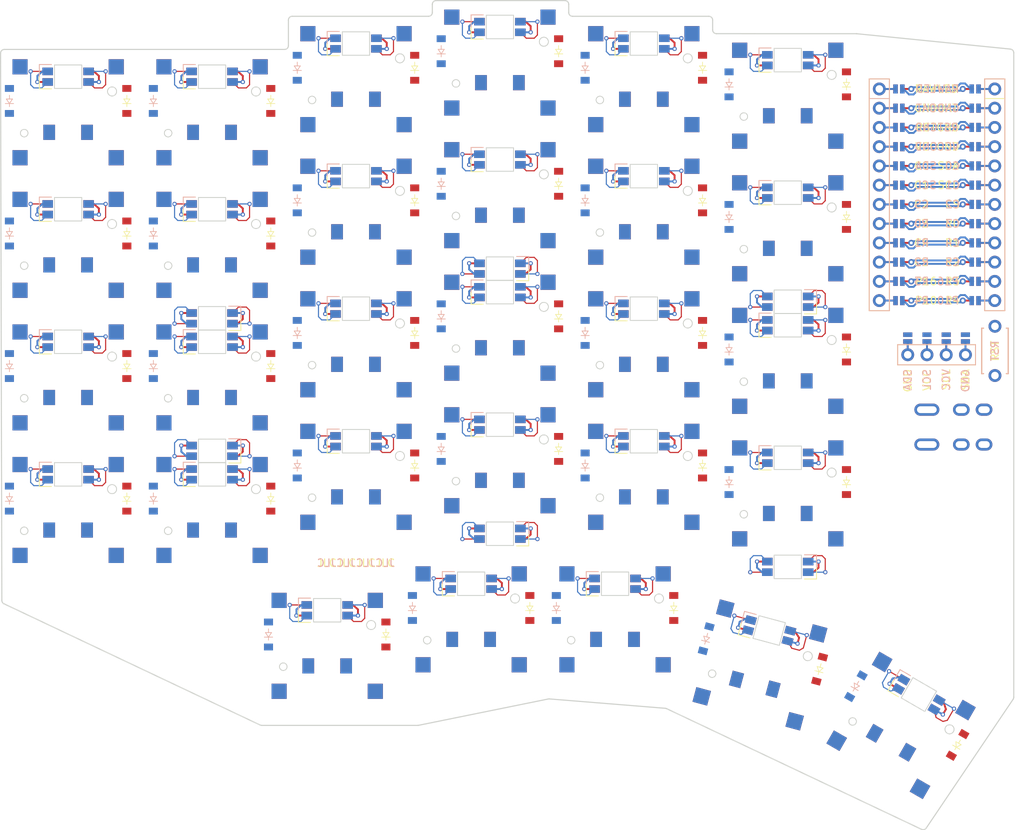
<source format=kicad_pcb>
(kicad_pcb (version 20240108) (generator "ergogen") (generator_version "4.1.0")
  (title_block (title "souffle") (date "2025-02-12") (rev "0.1") (company "fcoury (adapted from corney-island)"))
  (layers (0 "F.Cu" signal) (31 "B.Cu" signal) (34 "B.Paste" user) (35 "F.Paste" user) (36 "B.SilkS" user "B.Silkscreen") (37 "F.SilkS" user "F.Silkscreen") (38 "B.Mask" user) (39 "F.Mask" user) (44 "Edge.Cuts" user))
  (net 0 "")
  (net 1 "C0")
  (net 2 "outer_bottom_B")
  (net 3 "outer_home_B")
  (net 4 "outer_top_B")
  (net 5 "outer_number_B")
  (net 6 "C1")
  (net 7 "pinky_bottom_B")
  (net 8 "pinky_home_B")
  (net 9 "pinky_top_B")
  (net 10 "pinky_number_B")
  (net 11 "C2")
  (net 12 "ring_bottom_B")
  (net 13 "ring_home_B")
  (net 14 "ring_top_B")
  (net 15 "ring_number_B")
  (net 16 "C3")
  (net 17 "middle_bottom_B")
  (net 18 "middle_home_B")
  (net 19 "middle_top_B")
  (net 20 "middle_number_B")
  (net 21 "C4")
  (net 22 "index_bottom_B")
  (net 23 "index_home_B")
  (net 24 "index_top_B")
  (net 25 "index_number_B")
  (net 26 "C5")
  (net 27 "inner_bottom_B")
  (net 28 "inner_home_B")
  (net 29 "inner_top_B")
  (net 30 "inner_number_B")
  (net 31 "inward_home_B")
  (net 32 "mid_home_B")
  (net 33 "outward_home_B")
  (net 34 "extra_outward_home_B")
  (net 35 "big_outward_home_B")
  (net 36 "R3")
  (net 37 "R2")
  (net 38 "R1")
  (net 39 "R0")
  (net 40 "R4")
  (net 41 "outer_bottom_F")
  (net 42 "outer_home_F")
  (net 43 "outer_top_F")
  (net 44 "outer_number_F")
  (net 45 "pinky_bottom_F")
  (net 46 "pinky_home_F")
  (net 47 "pinky_top_F")
  (net 48 "pinky_number_F")
  (net 49 "ring_bottom_F")
  (net 50 "ring_home_F")
  (net 51 "ring_top_F")
  (net 52 "ring_number_F")
  (net 53 "middle_bottom_F")
  (net 54 "middle_home_F")
  (net 55 "middle_top_F")
  (net 56 "middle_number_F")
  (net 57 "index_bottom_F")
  (net 58 "index_home_F")
  (net 59 "index_top_F")
  (net 60 "index_number_F")
  (net 61 "inner_bottom_F")
  (net 62 "inner_home_F")
  (net 63 "inner_top_F")
  (net 64 "inner_number_F")
  (net 65 "inward_home_F")
  (net 66 "mid_home_F")
  (net 67 "outward_home_F")
  (net 68 "extra_outward_home_F")
  (net 69 "big_outward_home_F")
  (net 70 "RAW")
  (net 71 "GND")
  (net 72 "RST")
  (net 73 "VCC")
  (net 74 "P16")
  (net 75 "P10")
  (net 76 "LED")
  (net 77 "DAT")
  (net 78 "SDA")
  (net 79 "SCL")
  (net 80 "CS")
  (net 81 "P101")
  (net 82 "P102")
  (net 83 "P107")
  (net 84 "MCU1_24")
  (net 85 "MCU1_1")
  (net 86 "MCU1_23")
  (net 87 "MCU1_2")
  (net 88 "MCU1_22")
  (net 89 "MCU1_3")
  (net 90 "MCU1_21")
  (net 91 "MCU1_4")
  (net 92 "MCU1_20")
  (net 93 "MCU1_5")
  (net 94 "MCU1_19")
  (net 95 "MCU1_6")
  (net 96 "MCU1_18")
  (net 97 "MCU1_7")
  (net 98 "MCU1_17")
  (net 99 "MCU1_8")
  (net 100 "MCU1_16")
  (net 101 "MCU1_9")
  (net 102 "MCU1_15")
  (net 103 "MCU1_10")
  (net 104 "MCU1_14")
  (net 105 "MCU1_11")
  (net 106 "MCU1_13")
  (net 107 "MCU1_12")
  (net 108 "DISP1_1")
  (net 109 "DISP1_2")
  (net 110 "DISP1_3")
  (net 111 "DISP1_4")
  (net 112 "LED_35")
  (net 113 "LED_34")
  (net 114 "LED_33")
  (net 115 "LED_32")
  (net 116 "LED_31")
  (net 117 "LED_27")
  (net 118 "LED_26")
  (net 119 "LED_28")
  (net 120 "LED_29")
  (net 121 "LED_30")
  (net 122 "LED_25")
  (net 123 "LED_24")
  (net 124 "LED_23")
  (net 125 "LED_22")
  (net 126 "LED_19")
  (net 127 "LED_18")
  (net 128 "LED_20")
  (net 129 "LED_21")
  (net 130 "LED_10")
  (net 131 "LED_9")
  (net 132 "LED_8")
  (net 133 "LED_7")
  (net 134 "LED_6")
  (net 135 "LED_5")
  (net 136 "LED_2")
  (net 137 "LED_1")
  (net 138 "LED_3")
  (net 139 "LED_4")
  (net 140 "LED_17")
  (net 141 "LED_16")
  (net 142 "LED_15")
  (net 143 "LED_14")
  (net 144 "ULED_6")
  (net 145 "ULED_1")
  (net 146 "ULED_2")
  (net 147 "ULED_3")
  (net 148 "ULED_4")
  (net 149 "ULED_5")
  (footprint "ceoloide:mounting_hole_npth" (layer "F.Cu") (at 109.5 56.25 0)
    (property "Reference" "MH1" hide)
  )
  (footprint "ceoloide:mounting_hole_npth" (layer "F.Cu") (at 109.5 91.25 0)
    (property "Reference" "MH2" hide)
  )
  (footprint "ceoloide:mounting_hole_npth" (layer "F.Cu") (at 185.068 51.8235 0)
    (property "Reference" "MH3" hide)
  )
  (footprint "ceoloide:mounting_hole_npth" (layer "F.Cu") (at 185.068 86.8235 0)
    (property "Reference" "MH4" hide)
  )
  (footprint "ceoloide:mounting_hole_npth" (layer "F.Cu") (at 120.35699999999999 111.365 0)
    (property "Reference" "MH5" hide)
  )
  (footprint "CPG1316S01D02_mikeholscher" (layer "B.Cu") (at 100 100 0)
    (property "Reference" "S1" hide)
    (fp_circle (center -5.8 2.75) (end -5.3 2.75) (stroke (width 0.1)) (fill none) (layer "Edge.Cuts"))
    (fp_circle (center 5.8 -2.75) (end 6.4 -2.75) (stroke (width 0.1)) (fill none) (layer "Edge.Cuts"))
  )
  (footprint "CPG1316S01D02_mikeholscher" (layer "B.Cu") (at 100 82.5 0)
    (property "Reference" "S2" hide)
    (fp_circle (center -5.8 2.75) (end -5.3 2.75) (stroke (width 0.1)) (fill none) (layer "Edge.Cuts"))
    (fp_circle (center 5.8 -2.75) (end 6.4 -2.75) (stroke (width 0.1)) (fill none) (layer "Edge.Cuts"))
  )
  (footprint "CPG1316S01D02_mikeholscher" (layer "B.Cu") (at 100 65 0)
    (property "Reference" "S3" hide)
    (fp_circle (center -5.8 2.75) (end -5.3 2.75) (stroke (width 0.1)) (fill none) (layer "Edge.Cuts"))
    (fp_circle (center 5.8 -2.75) (end 6.4 -2.75) (stroke (width 0.1)) (fill none) (layer "Edge.Cuts"))
  )
  (footprint "CPG1316S01D02_mikeholscher" (layer "B.Cu") (at 100 47.5 0)
    (property "Reference" "S4" hide)
    (fp_circle (center -5.8 2.75) (end -5.3 2.75) (stroke (width 0.1)) (fill none) (layer "Edge.Cuts"))
    (fp_circle (center 5.8 -2.75) (end 6.4 -2.75) (stroke (width 0.1)) (fill none) (layer "Edge.Cuts"))
  )
  (footprint "CPG1316S01D02_mikeholscher" (layer "B.Cu") (at 119 100 0)
    (property "Reference" "S5" hide)
    (fp_circle (center -5.8 2.75) (end -5.3 2.75) (stroke (width 0.1)) (fill none) (layer "Edge.Cuts"))
    (fp_circle (center 5.8 -2.75) (end 6.4 -2.75) (stroke (width 0.1)) (fill none) (layer "Edge.Cuts"))
  )
  (footprint "CPG1316S01D02_mikeholscher" (layer "B.Cu") (at 119 82.5 0)
    (property "Reference" "S6" hide)
    (fp_circle (center -5.8 2.75) (end -5.3 2.75) (stroke (width 0.1)) (fill none) (layer "Edge.Cuts"))
    (fp_circle (center 5.8 -2.75) (end 6.4 -2.75) (stroke (width 0.1)) (fill none) (layer "Edge.Cuts"))
  )
  (footprint "CPG1316S01D02_mikeholscher" (layer "B.Cu") (at 119 65 0)
    (property "Reference" "S7" hide)
    (fp_circle (center -5.8 2.75) (end -5.3 2.75) (stroke (width 0.1)) (fill none) (layer "Edge.Cuts"))
    (fp_circle (center 5.8 -2.75) (end 6.4 -2.75) (stroke (width 0.1)) (fill none) (layer "Edge.Cuts"))
  )
  (footprint "CPG1316S01D02_mikeholscher" (layer "B.Cu") (at 119 47.5 0)
    (property "Reference" "S8" hide)
    (fp_circle (center -5.8 2.75) (end -5.3 2.75) (stroke (width 0.1)) (fill none) (layer "Edge.Cuts"))
    (fp_circle (center 5.8 -2.75) (end 6.4 -2.75) (stroke (width 0.1)) (fill none) (layer "Edge.Cuts"))
  )
  (footprint "CPG1316S01D02_mikeholscher" (layer "B.Cu") (at 138 95.625 0)
    (property "Reference" "S9" hide)
    (fp_circle (center -5.8 2.75) (end -5.3 2.75) (stroke (width 0.1)) (fill none) (layer "Edge.Cuts"))
    (fp_circle (center 5.8 -2.75) (end 6.4 -2.75) (stroke (width 0.1)) (fill none) (layer "Edge.Cuts"))
  )
  (footprint "CPG1316S01D02_mikeholscher" (layer "B.Cu") (at 138 78.125 0)
    (property "Reference" "S10" hide)
    (fp_circle (center -5.8 2.75) (end -5.3 2.75) (stroke (width 0.1)) (fill none) (layer "Edge.Cuts"))
    (fp_circle (center 5.8 -2.75) (end 6.4 -2.75) (stroke (width 0.1)) (fill none) (layer "Edge.Cuts"))
  )
  (footprint "CPG1316S01D02_mikeholscher" (layer "B.Cu") (at 138 60.625 0)
    (property "Reference" "S11" hide)
    (fp_circle (center -5.8 2.75) (end -5.3 2.75) (stroke (width 0.1)) (fill none) (layer "Edge.Cuts"))
    (fp_circle (center 5.8 -2.75) (end 6.4 -2.75) (stroke (width 0.1)) (fill none) (layer "Edge.Cuts"))
  )
  (footprint "CPG1316S01D02_mikeholscher" (layer "B.Cu") (at 138 43.125 0)
    (property "Reference" "S12" hide)
    (fp_circle (center -5.8 2.75) (end -5.3 2.75) (stroke (width 0.1)) (fill none) (layer "Edge.Cuts"))
    (fp_circle (center 5.8 -2.75) (end 6.4 -2.75) (stroke (width 0.1)) (fill none) (layer "Edge.Cuts"))
  )
  (footprint "CPG1316S01D02_mikeholscher" (layer "B.Cu") (at 157 93.4375 0)
    (property "Reference" "S13" hide)
    (fp_circle (center -5.8 2.75) (end -5.3 2.75) (stroke (width 0.1)) (fill none) (layer "Edge.Cuts"))
    (fp_circle (center 5.8 -2.75) (end 6.4 -2.75) (stroke (width 0.1)) (fill none) (layer "Edge.Cuts"))
  )
  (footprint "CPG1316S01D02_mikeholscher" (layer "B.Cu") (at 157 75.9375 0)
    (property "Reference" "S14" hide)
    (fp_circle (center -5.8 2.75) (end -5.3 2.75) (stroke (width 0.1)) (fill none) (layer "Edge.Cuts"))
    (fp_circle (center 5.8 -2.75) (end 6.4 -2.75) (stroke (width 0.1)) (fill none) (layer "Edge.Cuts"))
  )
  (footprint "CPG1316S01D02_mikeholscher" (layer "B.Cu") (at 157 58.4375 0)
    (property "Reference" "S15" hide)
    (fp_circle (center -5.8 2.75) (end -5.3 2.75) (stroke (width 0.1)) (fill none) (layer "Edge.Cuts"))
    (fp_circle (center 5.8 -2.75) (end 6.4 -2.75) (stroke (width 0.1)) (fill none) (layer "Edge.Cuts"))
  )
  (footprint "CPG1316S01D02_mikeholscher" (layer "B.Cu") (at 157 40.9375 0)
    (property "Reference" "S16" hide)
    (fp_circle (center -5.8 2.75) (end -5.3 2.75) (stroke (width 0.1)) (fill none) (layer "Edge.Cuts"))
    (fp_circle (center 5.8 -2.75) (end 6.4 -2.75) (stroke (width 0.1)) (fill none) (layer "Edge.Cuts"))
  )
  (footprint "CPG1316S01D02_mikeholscher" (layer "B.Cu") (at 176 95.625 0)
    (property "Reference" "S17" hide)
    (fp_circle (center -5.8 2.75) (end -5.3 2.75) (stroke (width 0.1)) (fill none) (layer "Edge.Cuts"))
    (fp_circle (center 5.8 -2.75) (end 6.4 -2.75) (stroke (width 0.1)) (fill none) (layer "Edge.Cuts"))
  )
  (footprint "CPG1316S01D02_mikeholscher" (layer "B.Cu") (at 176 78.125 0)
    (property "Reference" "S18" hide)
    (fp_circle (center -5.8 2.75) (end -5.3 2.75) (stroke (width 0.1)) (fill none) (layer "Edge.Cuts"))
    (fp_circle (center 5.8 -2.75) (end 6.4 -2.75) (stroke (width 0.1)) (fill none) (layer "Edge.Cuts"))
  )
  (footprint "CPG1316S01D02_mikeholscher" (layer "B.Cu") (at 176 60.625 0)
    (property "Reference" "S19" hide)
    (fp_circle (center -5.8 2.75) (end -5.3 2.75) (stroke (width 0.1)) (fill none) (layer "Edge.Cuts"))
    (fp_circle (center 5.8 -2.75) (end 6.4 -2.75) (stroke (width 0.1)) (fill none) (layer "Edge.Cuts"))
  )
  (footprint "CPG1316S01D02_mikeholscher" (layer "B.Cu") (at 176 43.125 0)
    (property "Reference" "S20" hide)
    (fp_circle (center -5.8 2.75) (end -5.3 2.75) (stroke (width 0.1)) (fill none) (layer "Edge.Cuts"))
    (fp_circle (center 5.8 -2.75) (end 6.4 -2.75) (stroke (width 0.1)) (fill none) (layer "Edge.Cuts"))
  )
  (footprint "CPG1316S01D02_mikeholscher" (layer "B.Cu") (at 195 97.8125 0)
    (property "Reference" "S21" hide)
    (fp_circle (center -5.8 2.75) (end -5.3 2.75) (stroke (width 0.1)) (fill none) (layer "Edge.Cuts"))
    (fp_circle (center 5.8 -2.75) (end 6.4 -2.75) (stroke (width 0.1)) (fill none) (layer "Edge.Cuts"))
  )
  (footprint "CPG1316S01D02_mikeholscher" (layer "B.Cu") (at 195 80.3125 0)
    (property "Reference" "S22" hide)
    (fp_circle (center -5.8 2.75) (end -5.3 2.75) (stroke (width 0.1)) (fill none) (layer "Edge.Cuts"))
    (fp_circle (center 5.8 -2.75) (end 6.4 -2.75) (stroke (width 0.1)) (fill none) (layer "Edge.Cuts"))
  )
  (footprint "CPG1316S01D02_mikeholscher" (layer "B.Cu") (at 195 62.8125 0)
    (property "Reference" "S23" hide)
    (fp_circle (center -5.8 2.75) (end -5.3 2.75) (stroke (width 0.1)) (fill none) (layer "Edge.Cuts"))
    (fp_circle (center 5.8 -2.75) (end 6.4 -2.75) (stroke (width 0.1)) (fill none) (layer "Edge.Cuts"))
  )
  (footprint "CPG1316S01D02_mikeholscher" (layer "B.Cu") (at 195 45.3125 0)
    (property "Reference" "S24" hide)
    (fp_circle (center -5.8 2.75) (end -5.3 2.75) (stroke (width 0.1)) (fill none) (layer "Edge.Cuts"))
    (fp_circle (center 5.8 -2.75) (end 6.4 -2.75) (stroke (width 0.1)) (fill none) (layer "Edge.Cuts"))
  )
  (footprint "CPG1316S01D02_mikeholscher" (layer "B.Cu") (at 134.2 117.9375 0)
    (property "Reference" "S25" hide)
    (fp_circle (center -5.8 2.75) (end -5.3 2.75) (stroke (width 0.1)) (fill none) (layer "Edge.Cuts"))
    (fp_circle (center 5.8 -2.75) (end 6.4 -2.75) (stroke (width 0.1)) (fill none) (layer "Edge.Cuts"))
  )
  (footprint "CPG1316S01D02_mikeholscher" (layer "B.Cu") (at 153.2 114.4375 0)
    (property "Reference" "S26" hide)
    (fp_circle (center -5.8 2.75) (end -5.3 2.75) (stroke (width 0.1)) (fill none) (layer "Edge.Cuts"))
    (fp_circle (center 5.8 -2.75) (end 6.4 -2.75) (stroke (width 0.1)) (fill none) (layer "Edge.Cuts"))
  )
  (footprint "CPG1316S01D02_mikeholscher" (layer "B.Cu") (at 172.2 114.4375 0)
    (property "Reference" "S27" hide)
    (fp_circle (center -5.8 2.75) (end -5.3 2.75) (stroke (width 0.1)) (fill none) (layer "Edge.Cuts"))
    (fp_circle (center 5.8 -2.75) (end 6.4 -2.75) (stroke (width 0.1)) (fill none) (layer "Edge.Cuts"))
  )
  (footprint "CPG1316S01D02_mikeholscher" (layer "B.Cu") (at 191.3294819 120.4539876 -15)
    (property "Reference" "S28" hide)
    (fp_circle (center -5.8 2.75) (end -5.3 2.75) (stroke (width 0.1)) (fill none) (layer "Edge.Cuts"))
    (fp_circle (center 5.8 -2.75) (end 6.4 -2.75) (stroke (width 0.1)) (fill none) (layer "Edge.Cuts"))
  )
  (footprint "CPG1316S01D02_mikeholscher" (layer "B.Cu") (at 209.9571424 128.4361508 -30)
    (property "Reference" "S29" hide)
    (fp_circle (center -5.8 2.75) (end -5.3 2.75) (stroke (width 0.1)) (fill none) (layer "Edge.Cuts"))
    (fp_circle (center 5.8 -2.75) (end 6.4 -2.75) (stroke (width 0.1)) (fill none) (layer "Edge.Cuts"))
  )
  (footprint "ceoloide:diode_tht_sod123" (layer "B.Cu") (at 92.25 98.5 90)
    (property "Reference" "D1" hide)
  )
  (footprint "ceoloide:diode_tht_sod123" (layer "B.Cu") (at 92.25 81 90)
    (property "Reference" "D2" hide)
  )
  (footprint "ceoloide:diode_tht_sod123" (layer "B.Cu") (at 92.25 63.5 90)
    (property "Reference" "D3" hide)
  )
  (footprint "ceoloide:diode_tht_sod123" (layer "B.Cu") (at 92.25 46 90)
    (property "Reference" "D4" hide)
  )
  (footprint "ceoloide:diode_tht_sod123" (layer "B.Cu") (at 111.25 98.5 90)
    (property "Reference" "D5" hide)
  )
  (footprint "ceoloide:diode_tht_sod123" (layer "B.Cu") (at 111.25 81 90)
    (property "Reference" "D6" hide)
  )
  (footprint "ceoloide:diode_tht_sod123" (layer "B.Cu") (at 111.25 63.5 90)
    (property "Reference" "D7" hide)
  )
  (footprint "ceoloide:diode_tht_sod123" (layer "B.Cu") (at 111.25 46 90)
    (property "Reference" "D8" hide)
  )
  (footprint "ceoloide:diode_tht_sod123" (layer "B.Cu") (at 130.25 94.125 90)
    (property "Reference" "D9" hide)
  )
  (footprint "ceoloide:diode_tht_sod123" (layer "B.Cu") (at 130.25 76.625 90)
    (property "Reference" "D10" hide)
  )
  (footprint "ceoloide:diode_tht_sod123" (layer "B.Cu") (at 130.25 59.125 90)
    (property "Reference" "D11" hide)
  )
  (footprint "ceoloide:diode_tht_sod123" (layer "B.Cu") (at 130.25 41.625 90)
    (property "Reference" "D12" hide)
  )
  (footprint "ceoloide:diode_tht_sod123" (layer "B.Cu") (at 149.25 91.9375 90)
    (property "Reference" "D13" hide)
  )
  (footprint "ceoloide:diode_tht_sod123" (layer "B.Cu") (at 149.25 74.4375 90)
    (property "Reference" "D14" hide)
  )
  (footprint "ceoloide:diode_tht_sod123" (layer "B.Cu") (at 149.25 56.9375 90)
    (property "Reference" "D15" hide)
  )
  (footprint "ceoloide:diode_tht_sod123" (layer "B.Cu") (at 149.25 39.4375 90)
    (property "Reference" "D16" hide)
  )
  (footprint "ceoloide:diode_tht_sod123" (layer "B.Cu") (at 168.25 94.125 90)
    (property "Reference" "D17" hide)
  )
  (footprint "ceoloide:diode_tht_sod123" (layer "B.Cu") (at 168.25 76.625 90)
    (property "Reference" "D18" hide)
  )
  (footprint "ceoloide:diode_tht_sod123" (layer "B.Cu") (at 168.25 59.125 90)
    (property "Reference" "D19" hide)
  )
  (footprint "ceoloide:diode_tht_sod123" (layer "B.Cu") (at 168.25 41.625 90)
    (property "Reference" "D20" hide)
  )
  (footprint "ceoloide:diode_tht_sod123" (layer "B.Cu") (at 187.25 96.3125 90)
    (property "Reference" "D21" hide)
  )
  (footprint "ceoloide:diode_tht_sod123" (layer "B.Cu") (at 187.25 78.8125 90)
    (property "Reference" "D22" hide)
  )
  (footprint "ceoloide:diode_tht_sod123" (layer "B.Cu") (at 187.25 61.3125 90)
    (property "Reference" "D23" hide)
  )
  (footprint "ceoloide:diode_tht_sod123" (layer "B.Cu") (at 187.25 43.8125 90)
    (property "Reference" "D24" hide)
  )
  (footprint "ceoloide:diode_tht_sod123" (layer "B.Cu") (at 126.44999999999999 116.4375 90)
    (property "Reference" "D25" hide)
  )
  (footprint "ceoloide:diode_tht_sod123" (layer "B.Cu") (at 145.45 112.9375 90)
    (property "Reference" "D26" hide)
  )
  (footprint "ceoloide:diode_tht_sod123" (layer "B.Cu") (at 164.45 112.9375 90)
    (property "Reference" "D27" hide)
  )
  (footprint "ceoloide:diode_tht_sod123" (layer "B.Cu") (at 184.23178529999998 116.99925130000001 75)
    (property "Reference" "D28" hide)
  )
  (footprint "ceoloide:diode_tht_sod123" (layer "B.Cu") (at 203.99544550000002 123.2621127 60)
    (property "Reference" "D29" hide)
  )
  (footprint "CPG1316S01D02_mikeholscher" (layer "F.Cu") (at 100 100 0)
    (property "Reference" "S30" hide)
    (fp_circle (center -5.8 2.75) (end -5.3 2.75) (stroke (width 0.1)) (fill none) (layer "Edge.Cuts"))
    (fp_circle (center 5.8 -2.75) (end 6.4 -2.75) (stroke (width 0.1)) (fill none) (layer "Edge.Cuts"))
  )
  (footprint "CPG1316S01D02_mikeholscher" (layer "F.Cu") (at 100 82.5 0)
    (property "Reference" "S31" hide)
    (fp_circle (center -5.8 2.75) (end -5.3 2.75) (stroke (width 0.1)) (fill none) (layer "Edge.Cuts"))
    (fp_circle (center 5.8 -2.75) (end 6.4 -2.75) (stroke (width 0.1)) (fill none) (layer "Edge.Cuts"))
  )
  (footprint "CPG1316S01D02_mikeholscher" (layer "F.Cu") (at 100 65 0)
    (property "Reference" "S32" hide)
    (fp_circle (center -5.8 2.75) (end -5.3 2.75) (stroke (width 0.1)) (fill none) (layer "Edge.Cuts"))
    (fp_circle (center 5.8 -2.75) (end 6.4 -2.75) (stroke (width 0.1)) (fill none) (layer "Edge.Cuts"))
  )
  (footprint "CPG1316S01D02_mikeholscher" (layer "F.Cu") (at 100 47.5 0)
    (property "Reference" "S33" hide)
    (fp_circle (center -5.8 2.75) (end -5.3 2.75) (stroke (width 0.1)) (fill none) (layer "Edge.Cuts"))
    (fp_circle (center 5.8 -2.75) (end 6.4 -2.75) (stroke (width 0.1)) (fill none) (layer "Edge.Cuts"))
  )
  (footprint "CPG1316S01D02_mikeholscher" (layer "F.Cu") (at 119 100 0)
    (property "Reference" "S34" hide)
    (fp_circle (center -5.8 2.75) (end -5.3 2.75) (stroke (width 0.1)) (fill none) (layer "Edge.Cuts"))
    (fp_circle (center 5.8 -2.75) (end 6.4 -2.75) (stroke (width 0.1)) (fill none) (layer "Edge.Cuts"))
  )
  (footprint "CPG1316S01D02_mikeholscher" (layer "F.Cu") (at 119 82.5 0)
    (property "Reference" "S35" hide)
    (fp_circle (center -5.8 2.75) (end -5.3 2.75) (stroke (width 0.1)) (fill none) (layer "Edge.Cuts"))
    (fp_circle (center 5.8 -2.75) (end 6.4 -2.75) (stroke (width 0.1)) (fill none) (layer "Edge.Cuts"))
  )
  (footprint "CPG1316S01D02_mikeholscher" (layer "F.Cu") (at 119 65 0)
    (property "Reference" "S36" hide)
    (fp_circle (center -5.8 2.75) (end -5.3 2.75) (stroke (width 0.1)) (fill none) (layer "Edge.Cuts"))
    (fp_circle (center 5.8 -2.75) (end 6.4 -2.75) (stroke (width 0.1)) (fill none) (layer "Edge.Cuts"))
  )
  (footprint "CPG1316S01D02_mikeholscher" (layer "F.Cu") (at 119 47.5 0)
    (property "Reference" "S37" hide)
    (fp_circle (center -5.8 2.75) (end -5.3 2.75) (stroke (width 0.1)) (fill none) (layer "Edge.Cuts"))
    (fp_circle (center 5.8 -2.75) (end 6.4 -2.75) (stroke (width 0.1)) (fill none) (layer "Edge.Cuts"))
  )
  (footprint "CPG1316S01D02_mikeholscher" (layer "F.Cu") (at 138 95.625 0)
    (property "Reference" "S38" hide)
    (fp_circle (center -5.8 2.75) (end -5.3 2.75) (stroke (width 0.1)) (fill none) (layer "Edge.Cuts"))
    (fp_circle (center 5.8 -2.75) (end 6.4 -2.75) (stroke (width 0.1)) (fill none) (layer "Edge.Cuts"))
  )
  (footprint "CPG1316S01D02_mikeholscher" (layer "F.Cu") (at 138 78.125 0)
    (property "Reference" "S39" hide)
    (fp_circle (center -5.8 2.75) (end -5.3 2.75) (stroke (width 0.1)) (fill none) (layer "Edge.Cuts"))
    (fp_circle (center 5.8 -2.75) (end 6.4 -2.75) (stroke (width 0.1)) (fill none) (layer "Edge.Cuts"))
  )
  (footprint "CPG1316S01D02_mikeholscher" (layer "F.Cu") (at 138 60.625 0)
    (property "Reference" "S40" hide)
    (fp_circle (center -5.8 2.75) (end -5.3 2.75) (stroke (width 0.1)) (fill none) (layer "Edge.Cuts"))
    (fp_circle (center 5.8 -2.75) (end 6.4 -2.75) (stroke (width 0.1)) (fill none) (layer "Edge.Cuts"))
  )
  (footprint "CPG1316S01D02_mikeholscher" (layer "F.Cu") (at 138 43.125 0)
    (property "Reference" "S41" hide)
    (fp_circle (center -5.8 2.75) (end -5.3 2.75) (stroke (width 0.1)) (fill none) (layer "Edge.Cuts"))
    (fp_circle (center 5.8 -2.75) (end 6.4 -2.75) (stroke (width 0.1)) (fill none) (layer "Edge.Cuts"))
  )
  (footprint "CPG1316S01D02_mikeholscher" (layer "F.Cu") (at 157 93.4375 0)
    (property "Reference" "S42" hide)
    (fp_circle (center -5.8 2.75) (end -5.3 2.75) (stroke (width 0.1)) (fill none) (layer "Edge.Cuts"))
    (fp_circle (center 5.8 -2.75) (end 6.4 -2.75) (stroke (width 0.1)) (fill none) (layer "Edge.Cuts"))
  )
  (footprint "CPG1316S01D02_mikeholscher" (layer "F.Cu") (at 157 75.9375 0)
    (property "Reference" "S43" hide)
    (fp_circle (center -5.8 2.75) (end -5.3 2.75) (stroke (width 0.1)) (fill none) (layer "Edge.Cuts"))
    (fp_circle (center 5.8 -2.75) (end 6.4 -2.75) (stroke (width 0.1)) (fill none) (layer "Edge.Cuts"))
  )
  (footprint "CPG1316S01D02_mikeholscher" (layer "F.Cu") (at 157 58.4375 0)
    (property "Reference" "S44" hide)
    (fp_circle (center -5.8 2.75) (end -5.3 2.75) (stroke (width 0.1)) (fill none) (layer "Edge.Cuts"))
    (fp_circle (center 5.8 -2.75) (end 6.4 -2.75) (stroke (width 0.1)) (fill none) (layer "Edge.Cuts"))
  )
  (footprint "CPG1316S01D02_mikeholscher" (layer "F.Cu") (at 157 40.9375 0)
    (property "Reference" "S45" hide)
    (fp_circle (center -5.8 2.75) (end -5.3 2.75) (stroke (width 0.1)) (fill none) (layer "Edge.Cuts"))
    (fp_circle (center 5.8 -2.75) (end 6.4 -2.75) (stroke (width 0.1)) (fill none) (layer "Edge.Cuts"))
  )
  (footprint "CPG1316S01D02_mikeholscher" (layer "F.Cu") (at 176 95.625 0)
    (property "Reference" "S46" hide)
    (fp_circle (center -5.8 2.75) (end -5.3 2.75) (stroke (width 0.1)) (fill none) (layer "Edge.Cuts"))
    (fp_circle (center 5.8 -2.75) (end 6.4 -2.75) (stroke (width 0.1)) (fill none) (layer "Edge.Cuts"))
  )
  (footprint "CPG1316S01D02_mikeholscher" (layer "F.Cu") (at 176 78.125 0)
    (property "Reference" "S47" hide)
    (fp_circle (center -5.8 2.75) (end -5.3 2.75) (stroke (width 0.1)) (fill none) (layer "Edge.Cuts"))
    (fp_circle (center 5.8 -2.75) (end 6.4 -2.75) (stroke (width 0.1)) (fill none) (layer "Edge.Cuts"))
  )
  (footprint "CPG1316S01D02_mikeholscher" (layer "F.Cu") (at 176 60.625 0)
    (property "Reference" "S48" hide)
    (fp_circle (center -5.8 2.75) (end -5.3 2.75) (stroke (width 0.1)) (fill none) (layer "Edge.Cuts"))
    (fp_circle (center 5.8 -2.75) (end 6.4 -2.75) (stroke (width 0.1)) (fill none) (layer "Edge.Cuts"))
  )
  (footprint "CPG1316S01D02_mikeholscher" (layer "F.Cu") (at 176 43.125 0)
    (property "Reference" "S49" hide)
    (fp_circle (center -5.8 2.75) (end -5.3 2.75) (stroke (width 0.1)) (fill none) (layer "Edge.Cuts"))
    (fp_circle (center 5.8 -2.75) (end 6.4 -2.75) (stroke (width 0.1)) (fill none) (layer "Edge.Cuts"))
  )
  (footprint "CPG1316S01D02_mikeholscher" (layer "F.Cu") (at 195 97.8125 0)
    (property "Reference" "S50" hide)
    (fp_circle (center -5.8 2.75) (end -5.3 2.75) (stroke (width 0.1)) (fill none) (layer "Edge.Cuts"))
    (fp_circle (center 5.8 -2.75) (end 6.4 -2.75) (stroke (width 0.1)) (fill none) (layer "Edge.Cuts"))
  )
  (footprint "CPG1316S01D02_mikeholscher" (layer "F.Cu") (at 195 80.3125 0)
    (property "Reference" "S51" hide)
    (fp_circle (center -5.8 2.75) (end -5.3 2.75) (stroke (width 0.1)) (fill none) (layer "Edge.Cuts"))
    (fp_circle (center 5.8 -2.75) (end 6.4 -2.75) (stroke (width 0.1)) (fill none) (layer "Edge.Cuts"))
  )
  (footprint "CPG1316S01D02_mikeholscher" (layer "F.Cu") (at 195 62.8125 0)
    (property "Reference" "S52" hide)
    (fp_circle (center -5.8 2.75) (end -5.3 2.75) (stroke (width 0.1)) (fill none) (layer "Edge.Cuts"))
    (fp_circle (center 5.8 -2.75) (end 6.4 -2.75) (stroke (width 0.1)) (fill none) (layer "Edge.Cuts"))
  )
  (footprint "CPG1316S01D02_mikeholscher" (layer "F.Cu") (at 195 45.3125 0)
    (property "Reference" "S53" hide)
    (fp_circle (center -5.8 2.75) (end -5.3 2.75) (stroke (width 0.1)) (fill none) (layer "Edge.Cuts"))
    (fp_circle (center 5.8 -2.75) (end 6.4 -2.75) (stroke (width 0.1)) (fill none) (layer "Edge.Cuts"))
  )
  (footprint "CPG1316S01D02_mikeholscher" (layer "F.Cu") (at 134.2 117.9375 0)
    (property "Reference" "S54" hide)
    (fp_circle (center -5.8 2.75) (end -5.3 2.75) (stroke (width 0.1)) (fill none) (layer "Edge.Cuts"))
    (fp_circle (center 5.8 -2.75) (end 6.4 -2.75) (stroke (width 0.1)) (fill none) (layer "Edge.Cuts"))
  )
  (footprint "CPG1316S01D02_mikeholscher" (layer "F.Cu") (at 153.2 114.4375 0)
    (property "Reference" "S55" hide)
    (fp_circle (center -5.8 2.75) (end -5.3 2.75) (stroke (width 0.1)) (fill none) (layer "Edge.Cuts"))
    (fp_circle (center 5.8 -2.75) (end 6.4 -2.75) (stroke (width 0.1)) (fill none) (layer "Edge.Cuts"))
  )
  (footprint "CPG1316S01D02_mikeholscher" (layer "F.Cu") (at 172.2 114.4375 0)
    (property "Reference" "S56" hide)
    (fp_circle (center -5.8 2.75) (end -5.3 2.75) (stroke (width 0.1)) (fill none) (layer "Edge.Cuts"))
    (fp_circle (center 5.8 -2.75) (end 6.4 -2.75) (stroke (width 0.1)) (fill none) (layer "Edge.Cuts"))
  )
  (footprint "CPG1316S01D02_mikeholscher" (layer "F.Cu") (at 191.3294819 120.4539876 -15)
    (property "Reference" "S57" hide)
    (fp_circle (center -5.8 2.75) (end -5.3 2.75) (stroke (width 0.1)) (fill none) (layer "Edge.Cuts"))
    (fp_circle (center 5.8 -2.75) (end 6.4 -2.75) (stroke (width 0.1)) (fill none) (layer "Edge.Cuts"))
  )
  (footprint "CPG1316S01D02_mikeholscher" (layer "F.Cu") (at 209.9571424 128.4361508 -30)
    (property "Reference" "S58" hide)
    (fp_circle (center -5.8 2.75) (end -5.3 2.75) (stroke (width 0.1)) (fill none) (layer "Edge.Cuts"))
    (fp_circle (center 5.8 -2.75) (end 6.4 -2.75) (stroke (width 0.1)) (fill none) (layer "Edge.Cuts"))
  )
  (footprint "ceoloide:diode_tht_sod123" (layer "F.Cu") (at 107.75 98.5 90)
    (property "Reference" "D30" hide)
  )
  (footprint "ceoloide:diode_tht_sod123" (layer "F.Cu") (at 107.75 81 90)
    (property "Reference" "D31" hide)
  )
  (footprint "ceoloide:diode_tht_sod123" (layer "F.Cu") (at 107.75 63.5 90)
    (property "Reference" "D32" hide)
  )
  (footprint "ceoloide:diode_tht_sod123" (layer "F.Cu") (at 107.75 46 90)
    (property "Reference" "D33" hide)
  )
  (footprint "ceoloide:diode_tht_sod123" (layer "F.Cu") (at 126.75 98.5 90)
    (property "Reference" "D34" hide)
  )
  (footprint "ceoloide:diode_tht_sod123" (layer "F.Cu") (at 126.75 81 90)
    (property "Reference" "D35" hide)
  )
  (footprint "ceoloide:diode_tht_sod123" (layer "F.Cu") (at 126.75 63.5 90)
    (property "Reference" "D36" hide)
  )
  (footprint "ceoloide:diode_tht_sod123" (layer "F.Cu") (at 126.75 46 90)
    (property "Reference" "D37" hide)
  )
  (footprint "ceoloide:diode_tht_sod123" (layer "F.Cu") (at 145.75 94.125 90)
    (property "Reference" "D38" hide)
  )
  (footprint "ceoloide:diode_tht_sod123" (layer "F.Cu") (at 145.75 76.625 90)
    (property "Reference" "D39" hide)
  )
  (footprint "ceoloide:diode_tht_sod123" (layer "F.Cu") (at 145.75 59.125 90)
    (property "Reference" "D40" hide)
  )
  (footprint "ceoloide:diode_tht_sod123" (layer "F.Cu") (at 145.75 41.625 90)
    (property "Reference" "D41" hide)
  )
  (footprint "ceoloide:diode_tht_sod123" (layer "F.Cu") (at 164.75 91.9375 90)
    (property "Reference" "D42" hide)
  )
  (footprint "ceoloide:diode_tht_sod123" (layer "F.Cu") (at 164.75 74.4375 90)
    (property "Reference" "D43" hide)
  )
  (footprint "ceoloide:diode_tht_sod123" (layer "F.Cu") (at 164.75 56.9375 90)
    (property "Reference" "D44" hide)
  )
  (footprint "ceoloide:diode_tht_sod123" (layer "F.Cu") (at 164.75 39.4375 90)
    (property "Reference" "D45" hide)
  )
  (footprint "ceoloide:diode_tht_sod123" (layer "F.Cu") (at 183.75 94.125 90)
    (property "Reference" "D46" hide)
  )
  (footprint "ceoloide:diode_tht_sod123" (layer "F.Cu") (at 183.75 76.625 90)
    (property "Reference" "D47" hide)
  )
  (footprint "ceoloide:diode_tht_sod123" (layer "F.Cu") (at 183.75 59.125 90)
    (property "Reference" "D48" hide)
  )
  (footprint "ceoloide:diode_tht_sod123" (layer "F.Cu") (at 183.75 41.625 90)
    (property "Reference" "D49" hide)
  )
  (footprint "ceoloide:diode_tht_sod123" (layer "F.Cu") (at 202.75 96.3125 90)
    (property "Reference" "D50" hide)
  )
  (footprint "ceoloide:diode_tht_sod123" (layer "F.Cu") (at 202.75 78.8125 90)
    (property "Reference" "D51" hide)
  )
  (footprint "ceoloide:diode_tht_sod123" (layer "F.Cu") (at 202.75 61.3125 90)
    (property "Reference" "D52" hide)
  )
  (footprint "ceoloide:diode_tht_sod123" (layer "F.Cu") (at 202.75 43.8125 90)
    (property "Reference" "D53" hide)
  )
  (footprint "ceoloide:diode_tht_sod123" (layer "F.Cu") (at 141.95 116.4375 90)
    (property "Reference" "D54" hide)
  )
  (footprint "ceoloide:diode_tht_sod123" (layer "F.Cu") (at 160.95 112.9375 90)
    (property "Reference" "D55" hide)
  )
  (footprint "ceoloide:diode_tht_sod123" (layer "F.Cu") (at 179.95 112.9375 90)
    (property "Reference" "D56" hide)
  )
  (footprint "ceoloide:diode_tht_sod123" (layer "F.Cu") (at 199.20363559999998 121.0109465 75)
    (property "Reference" "D57" hide)
  )
  (footprint "ceoloide:diode_tht_sod123" (layer "F.Cu") (at 217.4188393 131.01211270000002 60)
    (property "Reference" "D58" hide)
  )
  (footprint "ceoloide:mcu_nice_nano" (layer "F.Cu") (at 214.704 57.12 0)
    (property "Reference" "MCU1" hide)
  )
  (segment (start 219.28400000000002 44.42) (end 218.104 44.42) (width 0.25) (layer "F.Cu"))
  (segment (start 210.124 44.42) (end 211.304 44.42) (width 0.25) (layer "F.Cu"))
  (segment (start 207.084 44.42) (end 209.204 44.42) (width 0.25) (layer "F.Cu"))
  (segment (start 207.084 44.42) (end 209.204 44.42) (width 0.25) (layer "B.Cu"))
  (segment (start 220.204 44.42) (end 222.324 44.42) (width 0.25) (layer "F.Cu"))
  (segment (start 222.324 44.42) (end 220.204 44.42) (width 0.25) (layer "B.Cu"))
  (segment (start 212.09930500000002 44.65) (end 217.874 44.65) (width 0.25) (layer "B.Cu"))
  (segment (start 209.929 44.42) (end 210.278695 44.42) (width 0.25) (layer "B.Cu"))
  (segment (start 211.003695 45.144999999999996) (end 211.604305 45.144999999999996) (width 0.25) (layer "B.Cu"))
  (segment (start 210.278695 44.42) (end 211.003695 45.144999999999996) (width 0.25) (layer "B.Cu"))
  (segment (start 211.604305 45.144999999999996) (end 212.09930500000002 44.65) (width 0.25) (layer "B.Cu"))
  (segment (start 219.479 44.42) (end 219.12930500000002 44.42) (width 0.25) (layer "B.Cu"))
  (segment (start 217.298695 44.199999999999996) (end 211.524 44.199999999999996) (width 0.25) (layer "B.Cu"))
  (segment (start 219.12930500000002 44.42) (end 218.40430500000002 43.69499999999999) (width 0.25) (layer "B.Cu"))
  (segment (start 218.40430500000002 43.69499999999999) (end 217.803695 43.69499999999999) (width 0.25) (layer "B.Cu"))
  (segment (start 217.803695 43.69499999999999) (end 217.298695 44.199999999999996) (width 0.25) (layer "B.Cu"))
  (segment (start 219.28400000000002 46.959999999999994) (end 218.104 46.959999999999994) (width 0.25) (layer "F.Cu"))
  (segment (start 210.124 46.959999999999994) (end 211.304 46.959999999999994) (width 0.25) (layer "F.Cu"))
  (segment (start 207.084 46.959999999999994) (end 209.204 46.959999999999994) (width 0.25) (layer "F.Cu"))
  (segment (start 207.084 46.959999999999994) (end 209.204 46.959999999999994) (width 0.25) (layer "B.Cu"))
  (segment (start 220.204 46.959999999999994) (end 222.324 46.959999999999994) (width 0.25) (layer "F.Cu"))
  (segment (start 222.324 46.959999999999994) (end 220.204 46.959999999999994) (width 0.25) (layer "B.Cu"))
  (segment (start 212.09930500000002 47.19) (end 217.874 47.19) (width 0.25) (layer "B.Cu"))
  (segment (start 209.929 46.959999999999994) (end 210.278695 46.959999999999994) (width 0.25) (layer "B.Cu"))
  (segment (start 211.003695 47.684999999999995) (end 211.604305 47.684999999999995) (width 0.25) (layer "B.Cu"))
  (segment (start 210.278695 46.959999999999994) (end 211.003695 47.684999999999995) (width 0.25) (layer "B.Cu"))
  (segment (start 211.604305 47.684999999999995) (end 212.09930500000002 47.19) (width 0.25) (layer "B.Cu"))
  (segment (start 219.479 46.959999999999994) (end 219.12930500000002 46.959999999999994) (width 0.25) (layer "B.Cu"))
  (segment (start 217.298695 46.739999999999995) (end 211.524 46.739999999999995) (width 0.25) (layer "B.Cu"))
  (segment (start 219.12930500000002 46.959999999999994) (end 218.40430500000002 46.235) (width 0.25) (layer "B.Cu"))
  (segment (start 218.40430500000002 46.235) (end 217.803695 46.235) (width 0.25) (layer "B.Cu"))
  (segment (start 217.803695 46.235) (end 217.298695 46.739999999999995) (width 0.25) (layer "B.Cu"))
  (segment (start 219.28400000000002 49.5) (end 218.104 49.5) (width 0.25) (layer "F.Cu"))
  (segment (start 210.124 49.5) (end 211.304 49.5) (width 0.25) (layer "F.Cu"))
  (segment (start 207.084 49.5) (end 209.204 49.5) (width 0.25) (layer "F.Cu"))
  (segment (start 207.084 49.5) (end 209.204 49.5) (width 0.25) (layer "B.Cu"))
  (segment (start 220.204 49.5) (end 222.324 49.5) (width 0.25) (layer "F.Cu"))
  (segment (start 222.324 49.5) (end 220.204 49.5) (width 0.25) (layer "B.Cu"))
  (segment (start 212.09930500000002 49.73) (end 217.874 49.73) (width 0.25) (layer "B.Cu"))
  (segment (start 209.929 49.5) (end 210.278695 49.5) (width 0.25) (layer "B.Cu"))
  (segment (start 211.003695 50.224999999999994) (end 211.604305 50.224999999999994) (width 0.25) (layer "B.Cu"))
  (segment (start 210.278695 49.5) (end 211.003695 50.224999999999994) (width 0.25) (layer "B.Cu"))
  (segment (start 211.604305 50.224999999999994) (end 212.09930500000002 49.73) (width 0.25) (layer "B.Cu"))
  (segment (start 219.479 49.5) (end 219.12930500000002 49.5) (width 0.25) (layer "B.Cu"))
  (segment (start 217.298695 49.28) (end 211.524 49.28) (width 0.25) (layer "B.Cu"))
  (segment (start 219.12930500000002 49.5) (end 218.40430500000002 48.775) (width 0.25) (layer "B.Cu"))
  (segment (start 218.40430500000002 48.775) (end 217.803695 48.775) (width 0.25) (layer "B.Cu"))
  (segment (start 217.803695 48.775) (end 217.298695 49.28) (width 0.25) (layer "B.Cu"))
  (segment (start 219.28400000000002 52.04) (end 218.104 52.04) (width 0.25) (layer "F.Cu"))
  (segment (start 210.124 52.04) (end 211.304 52.04) (width 0.25) (layer "F.Cu"))
  (segment (start 207.084 52.04) (end 209.204 52.04) (width 0.25) (layer "F.Cu"))
  (segment (start 207.084 52.04) (end 209.204 52.04) (width 0.25) (layer "B.Cu"))
  (segment (start 220.204 52.04) (end 222.324 52.04) (width 0.25) (layer "F.Cu"))
  (segment (start 222.324 52.04) (end 220.204 52.04) (width 0.25) (layer "B.Cu"))
  (segment (start 212.09930500000002 52.269999999999996) (end 217.874 52.269999999999996) (width 0.25) (layer "B.Cu"))
  (segment (start 209.929 52.04) (end 210.278695 52.04) (width 0.25) (layer "B.Cu"))
  (segment (start 211.003695 52.765) (end 211.604305 52.765) (width 0.25) (layer "B.Cu"))
  (segment (start 210.278695 52.04) (end 211.003695 52.765) (width 0.25) (layer "B.Cu"))
  (segment (start 211.604305 52.765) (end 212.09930500000002 52.269999999999996) (width 0.25) (layer "B.Cu"))
  (segment (start 219.479 52.04) (end 219.12930500000002 52.04) (width 0.25) (layer "B.Cu"))
  (segment (start 217.298695 51.82) (end 211.524 51.82) (width 0.25) (layer "B.Cu"))
  (segment (start 219.12930500000002 52.04) (end 218.40430500000002 51.315) (width 0.25) (layer "B.Cu"))
  (segment (start 218.40430500000002 51.315) (end 217.803695 51.315) (width 0.25) (layer "B.Cu"))
  (segment (start 217.803695 51.315) (end 217.298695 51.82) (width 0.25) (layer "B.Cu"))
  (segment (start 219.28400000000002 54.58) (end 218.104 54.58) (width 0.25) (layer "F.Cu"))
  (segment (start 210.124 54.58) (end 211.304 54.58) (width 0.25) (layer "F.Cu"))
  (segment (start 207.084 54.58) (end 209.204 54.58) (width 0.25) (layer "F.Cu"))
  (segment (start 207.084 54.58) (end 209.204 54.58) (width 0.25) (layer "B.Cu"))
  (segment (start 220.204 54.58) (end 222.324 54.58) (width 0.25) (layer "F.Cu"))
  (segment (start 222.324 54.58) (end 220.204 54.58) (width 0.25) (layer "B.Cu"))
  (segment (start 212.09930500000002 54.809999999999995) (end 217.874 54.809999999999995) (width 0.25) (layer "B.Cu"))
  (segment (start 209.929 54.58) (end 210.278695 54.58) (width 0.25) (layer "B.Cu"))
  (segment (start 211.003695 55.305) (end 211.604305 55.305) (width 0.25) (layer "B.Cu"))
  (segment (start 210.278695 54.58) (end 211.003695 55.305) (width 0.25) (layer "B.Cu"))
  (segment (start 211.604305 55.305) (end 212.09930500000002 54.809999999999995) (width 0.25) (layer "B.Cu"))
  (segment (start 219.479 54.58) (end 219.12930500000002 54.58) (width 0.25) (layer "B.Cu"))
  (segment (start 217.298695 54.36) (end 211.524 54.36) (width 0.25) (layer "B.Cu"))
  (segment (start 219.12930500000002 54.58) (end 218.40430500000002 53.855) (width 0.25) (layer "B.Cu"))
  (segment (start 218.40430500000002 53.855) (end 217.803695 53.855) (width 0.25) (layer "B.Cu"))
  (segment (start 217.803695 53.855) (end 217.298695 54.36) (width 0.25) (layer "B.Cu"))
  (segment (start 219.28400000000002 57.12) (end 218.104 57.12) (width 0.25) (layer "F.Cu"))
  (segment (start 210.124 57.12) (end 211.304 57.12) (width 0.25) (layer "F.Cu"))
  (segment (start 207.084 57.12) (end 209.204 57.12) (width 0.25) (layer "F.Cu"))
  (segment (start 207.084 57.12) (end 209.204 57.12) (width 0.25) (layer "B.Cu"))
  (segment (start 220.204 57.12) (end 222.324 57.12) (width 0.25) (layer "F.Cu"))
  (segment (start 222.324 57.12) (end 220.204 57.12) (width 0.25) (layer "B.Cu"))
  (segment (start 212.09930500000002 57.349999999999994) (end 217.874 57.349999999999994) (width 0.25) (layer "B.Cu"))
  (segment (start 209.929 57.12) (end 210.278695 57.12) (width 0.25) (layer "B.Cu"))
  (segment (start 211.003695 57.845) (end 211.604305 57.845) (width 0.25) (layer "B.Cu"))
  (segment (start 210.278695 57.12) (end 211.003695 57.845) (width 0.25) (layer "B.Cu"))
  (segment (start 211.604305 57.845) (end 212.09930500000002 57.349999999999994) (width 0.25) (layer "B.Cu"))
  (segment (start 219.479 57.12) (end 219.12930500000002 57.12) (width 0.25) (layer "B.Cu"))
  (segment (start 217.298695 56.9) (end 211.524 56.9) (width 0.25) (layer "B.Cu"))
  (segment (start 219.12930500000002 57.12) (end 218.40430500000002 56.394999999999996) (width 0.25) (layer "B.Cu"))
  (segment (start 218.40430500000002 56.394999999999996) (end 217.803695 56.394999999999996) (width 0.25) (layer "B.Cu"))
  (segment (start 217.803695 56.394999999999996) (end 217.298695 56.9) (width 0.25) (layer "B.Cu"))
  (segment (start 219.28400000000002 59.66) (end 218.104 59.66) (width 0.25) (layer "F.Cu"))
  (segment (start 210.124 59.66) (end 211.304 59.66) (width 0.25) (layer "F.Cu"))
  (segment (start 207.084 59.66) (end 209.204 59.66) (width 0.25) (layer "F.Cu"))
  (segment (start 207.084 59.66) (end 209.204 59.66) (width 0.25) (layer "B.Cu"))
  (segment (start 220.204 59.66) (end 222.324 59.66) (width 0.25) (layer "F.Cu"))
  (segment (start 222.324 59.66) (end 220.204 59.66) (width 0.25) (layer "B.Cu"))
  (segment (start 212.09930500000002 59.89) (end 217.874 59.89) (width 0.25) (layer "B.Cu"))
  (segment (start 209.929 59.66) (end 210.278695 59.66) (width 0.25) (layer "B.Cu"))
  (segment (start 211.003695 60.385) (end 211.604305 60.385) (width 0.25) (layer "B.Cu"))
  (segment (start 210.278695 59.66) (end 211.003695 60.385) (width 0.25) (layer "B.Cu"))
  (segment (start 211.604305 60.385) (end 212.09930500000002 59.89) (width 0.25) (layer "B.Cu"))
  (segment (start 219.479 59.66) (end 219.12930500000002 59.66) (width 0.25) (layer "B.Cu"))
  (segment (start 217.298695 59.44) (end 211.524 59.44) (width 0.25) (layer "B.Cu"))
  (segment (start 219.12930500000002 59.66) (end 218.40430500000002 58.934999999999995) (width 0.25) (layer "B.Cu"))
  (segment (start 218.40430500000002 58.934999999999995) (end 217.803695 58.934999999999995) (width 0.25) (layer "B.Cu"))
  (segment (start 217.803695 58.934999999999995) (end 217.298695 59.44) (width 0.25) (layer "B.Cu"))
  (segment (start 219.28400000000002 62.199999999999996) (end 218.104 62.199999999999996) (width 0.25) (layer "F.Cu"))
  (segment (start 210.124 62.199999999999996) (end 211.304 62.199999999999996) (width 0.25) (layer "F.Cu"))
  (segment (start 207.084 62.199999999999996) (end 209.204 62.199999999999996) (width 0.25) (layer "F.Cu"))
  (segment (start 207.084 62.199999999999996) (end 209.204 62.199999999999996) (width 0.25) (layer "B.Cu"))
  (segment (start 220.204 62.199999999999996) (end 222.324 62.199999999999996) (width 0.25) (layer "F.Cu"))
  (segment (start 222.324 62.199999999999996) (end 220.204 62.199999999999996) (width 0.25) (layer "B.Cu"))
  (segment (start 212.09930500000002 62.43) (end 217.874 62.43) (width 0.25) (layer "B.Cu"))
  (segment (start 209.929 62.199999999999996) (end 210.278695 62.199999999999996) (width 0.25) (layer "B.Cu"))
  (segment (start 211.003695 62.925) (end 211.604305 62.925) (width 0.25) (layer "B.Cu"))
  (segment (start 210.278695 62.199999999999996) (end 211.003695 62.925) (width 0.25) (layer "B.Cu"))
  (segment (start 211.604305 62.925) (end 212.09930500000002 62.43) (width 0.25) (layer "B.Cu"))
  (segment (start 219.479 62.199999999999996) (end 219.12930500000002 62.199999999999996) (width 0.25) (layer "B.Cu"))
  (segment (start 217.298695 61.98) (end 211.524 61.98) (width 0.25) (layer "B.Cu"))
  (segment (start 219.12930500000002 62.199999999999996) (end 218.40430500000002 61.474999999999994) (width 0.25) (layer "B.Cu"))
  (segment (start 218.40430500000002 61.474999999999994) (end 217.803695 61.474999999999994) (width 0.25) (layer "B.Cu"))
  (segment (start 217.803695 61.474999999999994) (end 217.298695 61.98) (width 0.25) (layer "B.Cu"))
  (segment (start 219.28400000000002 64.74) (end 218.104 64.74) (width 0.25) (layer "F.Cu"))
  (segment (start 210.124 64.74) (end 211.304 64.74) (width 0.25) (layer "F.Cu"))
  (segment (start 207.084 64.74) (end 209.204 64.74) (width 0.25) (layer "F.Cu"))
  (segment (start 207.084 64.74) (end 209.204 64.74) (width 0.25) (layer "B.Cu"))
  (segment (start 220.204 64.74) (end 222.324 64.74) (width 0.25) (layer "F.Cu"))
  (segment (start 222.324 64.74) (end 220.204 64.74) (width 0.25) (layer "B.Cu"))
  (segment (start 212.09930500000002 64.97) (end 217.874 64.97) (width 0.25) (layer "B.Cu"))
  (segment (start 209.929 64.74) (end 210.278695 64.74) (width 0.25) (layer "B.Cu"))
  (segment (start 211.003695 65.465) (end 211.604305 65.465) (width 0.25) (layer "B.Cu"))
  (segment (start 210.278695 64.74) (end 211.003695 65.465) (width 0.25) (layer "B.Cu"))
  (segment (start 211.604305 65.465) (end 212.09930500000002 64.97) (width 0.25) (layer "B.Cu"))
  (segment (start 219.479 64.74) (end 219.12930500000002 64.74) (width 0.25) (layer "B.Cu"))
  (segment (start 217.298695 64.52) (end 211.524 64.52) (width 0.25) (layer "B.Cu"))
  (segment (start 219.12930500000002 64.74) (end 218.40430500000002 64.015) (width 0.25) (layer "B.Cu"))
  (segment (start 218.40430500000002 64.015) (end 217.803695 64.015) (width 0.25) (layer "B.Cu"))
  (segment (start 217.803695 64.015) (end 217.298695 64.52) (width 0.25) (layer "B.Cu"))
  (segment (start 219.28400000000002 67.28) (end 218.104 67.28) (width 0.25) (layer "F.Cu"))
  (segment (start 210.124 67.28) (end 211.304 67.28) (width 0.25) (layer "F.Cu"))
  (segment (start 207.084 67.28) (end 209.204 67.28) (width 0.25) (layer "F.Cu"))
  (segment (start 207.084 67.28) (end 209.204 67.28) (width 0.25) (layer "B.Cu"))
  (segment (start 220.204 67.28) (end 222.324 67.28) (width 0.25) (layer "F.Cu"))
  (segment (start 222.324 67.28) (end 220.204 67.28) (width 0.25) (layer "B.Cu"))
  (segment (start 212.09930500000002 67.50999999999999) (end 217.874 67.50999999999999) (width 0.25) (layer "B.Cu"))
  (segment (start 209.929 67.28) (end 210.278695 67.28) (width 0.25) (layer "B.Cu"))
  (segment (start 211.003695 68.005) (end 211.604305 68.005) (width 0.25) (layer "B.Cu"))
  (segment (start 210.278695 67.28) (end 211.003695 68.005) (width 0.25) (layer "B.Cu"))
  (segment (start 211.604305 68.005) (end 212.09930500000002 67.50999999999999) (width 0.25) (layer "B.Cu"))
  (segment (start 219.479 67.28) (end 219.12930500000002 67.28) (width 0.25) (layer "B.Cu"))
  (segment (start 217.298695 67.06) (end 211.524 67.06) (width 0.25) (layer "B.Cu"))
  (segment (start 219.12930500000002 67.28) (end 218.40430500000002 66.55499999999999) (width 0.25) (layer "B.Cu"))
  (segment (start 218.40430500000002 66.55499999999999) (end 217.803695 66.55499999999999) (width 0.25) (layer "B.Cu"))
  (segment (start 217.803695 66.55499999999999) (end 217.298695 67.06) (width 0.25) (layer "B.Cu"))
  (segment (start 219.28400000000002 69.82) (end 218.104 69.82) (width 0.25) (layer "F.Cu"))
  (segment (start 210.124 69.82) (end 211.304 69.82) (width 0.25) (layer "F.Cu"))
  (segment (start 207.084 69.82) (end 209.204 69.82) (width 0.25) (layer "F.Cu"))
  (segment (start 207.084 69.82) (end 209.204 69.82) (width 0.25) (layer "B.Cu"))
  (segment (start 220.204 69.82) (end 222.324 69.82) (width 0.25) (layer "F.Cu"))
  (segment (start 222.324 69.82) (end 220.204 69.82) (width 0.25) (layer "B.Cu"))
  (segment (start 212.09930500000002 70.05) (end 217.874 70.05) (width 0.25) (layer "B.Cu"))
  (segment (start 209.929 69.82) (end 210.278695 69.82) (width 0.25) (layer "B.Cu"))
  (segment (start 211.003695 70.545) (end 211.604305 70.545) (width 0.25) (layer "B.Cu"))
  (segment (start 210.278695 69.82) (end 211.003695 70.545) (width 0.25) (layer "B.Cu"))
  (segment (start 211.604305 70.545) (end 212.09930500000002 70.05) (width 0.25) (layer "B.Cu"))
  (segment (start 219.479 69.82) (end 219.12930500000002 69.82) (width 0.25) (layer "B.Cu"))
  (segment (start 217.298695 69.6) (end 211.524 69.6) (width 0.25) (layer "B.Cu"))
  (segment (start 219.12930500000002 69.82) (end 218.40430500000002 69.095) (width 0.25) (layer "B.Cu"))
  (segment (start 218.40430500000002 69.095) (end 217.803695 69.095) (width 0.25) (layer "B.Cu"))
  (segment (start 217.803695 69.095) (end 217.298695 69.6) (width 0.25) (layer "B.Cu"))
  (segment (start 219.28400000000002 72.36) (end 218.104 72.36) (width 0.25) (layer "F.Cu"))
  (segment (start 210.124 72.36) (end 211.304 72.36) (width 0.25) (layer "F.Cu"))
  (segment (start 207.084 72.36) (end 209.204 72.36) (width 0.25) (layer "F.Cu"))
  (segment (start 207.084 72.36) (end 209.204 72.36) (width 0.25) (layer "B.Cu"))
  (segment (start 220.204 72.36) (end 222.324 72.36) (width 0.25) (layer "F.Cu"))
  (segment (start 222.324 72.36) (end 220.204 72.36) (width 0.25) (layer "B.Cu"))
  (segment (start 212.09930500000002 72.59) (end 217.874 72.59) (width 0.25) (layer "B.Cu"))
  (segment (start 209.929 72.36) (end 210.278695 72.36) (width 0.25) (layer "B.Cu"))
  (segment (start 211.003695 73.085) (end 211.604305 73.085) (width 0.25) (layer "B.Cu"))
  (segment (start 210.278695 72.36) (end 211.003695 73.085) (width 0.25) (layer "B.Cu"))
  (segment (start 211.604305 73.085) (end 212.09930500000002 72.59) (width 0.25) (layer "B.Cu"))
  (segment (start 219.479 72.36) (end 219.12930500000002 72.36) (width 0.25) (layer "B.Cu"))
  (segment (start 217.298695 72.14) (end 211.524 72.14) (width 0.25) (layer "B.Cu"))
  (segment (start 219.12930500000002 72.36) (end 218.40430500000002 71.63499999999999) (width 0.25) (layer "B.Cu"))
  (segment (start 218.40430500000002 71.63499999999999) (end 217.803695 71.63499999999999) (width 0.25) (layer "B.Cu"))
  (segment (start 217.803695 71.63499999999999) (end 217.298695 72.14) (width 0.25) (layer "B.Cu"))
  (gr_text "JLCJLCJLCJLC" (at 138 107 0) (layer "F.SilkS") (effects (font (size 1 1))))
  (gr_text "JLCJLCJLCJLC" (at 138 107 0) (layer "B.SilkS") (effects (font (size 1 1)) (justify mirror)))
  (footprint "ceoloide:display_ssd1306" (layer "F.Cu") (at 214.647 62.808 0)
    (property "Reference" "DISP1" hide)
  )
  (segment (start 210.837 79.508) (end 210.837 77.758) (width 0.25) (layer "F.Cu") (net 71))
  (segment (start 213.37699999999998 79.508) (end 213.37699999999998 77.758) (width 0.25) (layer "F.Cu") (net 73))
  (segment (start 215.917 79.508) (end 215.917 77.758) (width 0.25) (layer "F.Cu") (net 79))
  (segment (start 218.457 79.508) (end 218.457 77.758) (width 0.25) (layer "F.Cu") (net 78))
  (segment (start 210.837 79.508) (end 210.837 77.758) (width 0.25) (layer "B.Cu") (net 71))
  (segment (start 213.37699999999998 79.508) (end 213.37699999999998 77.758) (width 0.25) (layer "B.Cu") (net 73))
  (segment (start 215.917 79.508) (end 215.917 77.758) (width 0.25) (layer "B.Cu") (net 79))
  (segment (start 218.457 79.508) (end 218.457 77.758) (width 0.25) (layer "B.Cu") (net 78))
  (footprint "ceoloide:reset_switch_tht_top" (layer "F.Cu") (at 222.35 79.001 90)
    (property "Reference" "RST1" hide)
  )
  (footprint "ceoloide:trrs_pj320a (reversible, symmetric)" (layer "F.Cu") (at 224.11 89.06 -90)
    (property "Reference" "TRRS1" hide)
  )
  (footprint "ceoloide:led_SK6812mini-e (per-key, reversible)" (layer "B.Cu") (at 100 95.3 0)
    (property "Reference" "LED1" hide)
    (fp_rect (start -1.8 -1.55) (end 1.8 1.55) (layer "Edge.Cuts") (stroke (width 0.12)) (fill none))
  )
  (segment (start 103.4 94.6) (end 104.06 95.194084) (width 0.25) (layer "F.Cu") (net 73))
  (segment (start 104.06 95.194084) (end 104.06 96) (width 0.25) (layer "F.Cu") (net 73))
  (segment (start 102.7 94.6) (end 103.4 94.6) (width 0.25) (layer "F.Cu") (net 73))
  (via (at 104.06 96) (size 0.56) (drill 0.3) (layers "F.Cu" "B.Cu") (net 73))
  (segment (start 102.7 96) (end 104.06 96) (width 0.25) (layer "B.Cu") (net 73))
  (segment (start 104.95 94.6) (end 102.7 94.6) (width 0.15) (layer "B.Cu") (net 112))
  (via (at 104.95 94.6) (size 0.56) (drill 0.3) (layers "F.Cu" "B.Cu") (net 112))
  (segment (start 102.7 96) (end 103.481 96.785) (width 0.15) (layer "F.Cu") (net 112))
  (segment (start 103.481 96.785) (end 104.529 96.785) (width 0.15) (layer "F.Cu") (net 112))
  (segment (start 104.95 96.36) (end 104.95 94.6) (width 0.15) (layer "F.Cu") (net 112))
  (segment (start 104.529 96.785) (end 104.95 96.36) (width 0.15) (layer "F.Cu") (net 112))
  (segment (start 96.6 94.6) (end 95.94 95.194084) (width 0.25) (layer "B.Cu") (net 71))
  (segment (start 95.94 95.194084) (end 95.94 96) (width 0.25) (layer "B.Cu") (net 71))
  (segment (start 97.3 94.6) (end 96.6 94.6) (width 0.25) (layer "B.Cu") (net 71))
  (via (at 95.94 96) (size 0.56) (drill 0.3) (layers "F.Cu" "B.Cu") (net 71))
  (segment (start 97.3 96) (end 95.94 96) (width 0.25) (layer "F.Cu") (net 71))
  (segment (start 95.05 94.6) (end 97.3 94.6) (width 0.15) (layer "F.Cu") (net 113))
  (via (at 95.05 94.6) (size 0.56) (drill 0.3) (layers "F.Cu" "B.Cu") (net 113))
  (segment (start 97.3 96) (end 96.519 96.785) (width 0.15) (layer "B.Cu") (net 113))
  (segment (start 96.519 96.785) (end 95.471 96.785) (width 0.15) (layer "B.Cu") (net 113))
  (segment (start 95.05 96.36) (end 95.05 94.6) (width 0.15) (layer "B.Cu") (net 113))
  (segment (start 95.471 96.785) (end 95.05 96.36) (width 0.15) (layer "B.Cu") (net 113))
  (footprint "ceoloide:led_SK6812mini-e (per-key, reversible)" (layer "B.Cu") (at 100 77.8 0)
    (property "Reference" "LED2" hide)
    (fp_rect (start -1.8 -1.55) (end 1.8 1.55) (layer "Edge.Cuts") (stroke (width 0.12)) (fill none))
  )
  (segment (start 103.4 77.1) (end 104.06 77.694084) (width 0.25) (layer "F.Cu") (net 73))
  (segment (start 104.06 77.694084) (end 104.06 78.5) (width 0.25) (layer "F.Cu") (net 73))
  (segment (start 102.7 77.1) (end 103.4 77.1) (width 0.25) (layer "F.Cu") (net 73))
  (via (at 104.06 78.5) (size 0.56) (drill 0.3) (layers "F.Cu" "B.Cu") (net 73))
  (segment (start 102.7 78.5) (end 104.06 78.5) (width 0.25) (layer "B.Cu") (net 73))
  (segment (start 104.95 77.1) (end 102.7 77.1) (width 0.15) (layer "B.Cu") (net 113))
  (via (at 104.95 77.1) (size 0.56) (drill 0.3) (layers "F.Cu" "B.Cu") (net 113))
  (segment (start 102.7 78.5) (end 103.481 79.285) (width 0.15) (layer "F.Cu") (net 113))
  (segment (start 103.481 79.285) (end 104.529 79.285) (width 0.15) (layer "F.Cu") (net 113))
  (segment (start 104.95 78.86) (end 104.95 77.1) (width 0.15) (layer "F.Cu") (net 113))
  (segment (start 104.529 79.285) (end 104.95 78.86) (width 0.15) (layer "F.Cu") (net 113))
  (segment (start 96.6 77.1) (end 95.94 77.694084) (width 0.25) (layer "B.Cu") (net 71))
  (segment (start 95.94 77.694084) (end 95.94 78.5) (width 0.25) (layer "B.Cu") (net 71))
  (segment (start 97.3 77.1) (end 96.6 77.1) (width 0.25) (layer "B.Cu") (net 71))
  (via (at 95.94 78.5) (size 0.56) (drill 0.3) (layers "F.Cu" "B.Cu") (net 71))
  (segment (start 97.3 78.5) (end 95.94 78.5) (width 0.25) (layer "F.Cu") (net 71))
  (segment (start 95.05 77.1) (end 97.3 77.1) (width 0.15) (layer "F.Cu") (net 114))
  (via (at 95.05 77.1) (size 0.56) (drill 0.3) (layers "F.Cu" "B.Cu") (net 114))
  (segment (start 97.3 78.5) (end 96.519 79.285) (width 0.15) (layer "B.Cu") (net 114))
  (segment (start 96.519 79.285) (end 95.471 79.285) (width 0.15) (layer "B.Cu") (net 114))
  (segment (start 95.05 78.86) (end 95.05 77.1) (width 0.15) (layer "B.Cu") (net 114))
  (segment (start 95.471 79.285) (end 95.05 78.86) (width 0.15) (layer "B.Cu") (net 114))
  (footprint "ceoloide:led_SK6812mini-e (per-key, reversible)" (layer "B.Cu") (at 100 60.3 0)
    (property "Reference" "LED3" hide)
    (fp_rect (start -1.8 -1.55) (end 1.8 1.55) (layer "Edge.Cuts") (stroke (width 0.12)) (fill none))
  )
  (segment (start 103.4 59.599999999999994) (end 104.06 60.194084) (width 0.25) (layer "F.Cu") (net 73))
  (segment (start 104.06 60.194084) (end 104.06 61) (width 0.25) (layer "F.Cu") (net 73))
  (segment (start 102.7 59.599999999999994) (end 103.4 59.599999999999994) (width 0.25) (layer "F.Cu") (net 73))
  (via (at 104.06 61) (size 0.56) (drill 0.3) (layers "F.Cu" "B.Cu") (net 73))
  (segment (start 102.7 61) (end 104.06 61) (width 0.25) (layer "B.Cu") (net 73))
  (segment (start 104.95 59.599999999999994) (end 102.7 59.599999999999994) (width 0.15) (layer "B.Cu") (net 114))
  (via (at 104.95 59.599999999999994) (size 0.56) (drill 0.3) (layers "F.Cu" "B.Cu") (net 114))
  (segment (start 102.7 61) (end 103.481 61.785) (width 0.15) (layer "F.Cu") (net 114))
  (segment (start 103.481 61.785) (end 104.529 61.785) (width 0.15) (layer "F.Cu") (net 114))
  (segment (start 104.95 61.36) (end 104.95 59.599999999999994) (width 0.15) (layer "F.Cu") (net 114))
  (segment (start 104.529 61.785) (end 104.95 61.36) (width 0.15) (layer "F.Cu") (net 114))
  (segment (start 96.6 59.599999999999994) (end 95.94 60.194084) (width 0.25) (layer "B.Cu") (net 71))
  (segment (start 95.94 60.194084) (end 95.94 61) (width 0.25) (layer "B.Cu") (net 71))
  (segment (start 97.3 59.599999999999994) (end 96.6 59.599999999999994) (width 0.25) (layer "B.Cu") (net 71))
  (via (at 95.94 61) (size 0.56) (drill 0.3) (layers "F.Cu" "B.Cu") (net 71))
  (segment (start 97.3 61) (end 95.94 61) (width 0.25) (layer "F.Cu") (net 71))
  (segment (start 95.05 59.599999999999994) (end 97.3 59.599999999999994) (width 0.15) (layer "F.Cu") (net 115))
  (via (at 95.05 59.599999999999994) (size 0.56) (drill 0.3) (layers "F.Cu" "B.Cu") (net 115))
  (segment (start 97.3 61) (end 96.519 61.785) (width 0.15) (layer "B.Cu") (net 115))
  (segment (start 96.519 61.785) (end 95.471 61.785) (width 0.15) (layer "B.Cu") (net 115))
  (segment (start 95.05 61.36) (end 95.05 59.599999999999994) (width 0.15) (layer "B.Cu") (net 115))
  (segment (start 95.471 61.785) (end 95.05 61.36) (width 0.15) (layer "B.Cu") (net 115))
  (footprint "ceoloide:led_SK6812mini-e (per-key, reversible)" (layer "B.Cu") (at 100 42.8 0)
    (property "Reference" "LED4" hide)
    (fp_rect (start -1.8 -1.55) (end 1.8 1.55) (layer "Edge.Cuts") (stroke (width 0.12)) (fill none))
  )
  (segment (start 103.4 42.099999999999994) (end 104.06 42.694084) (width 0.25) (layer "F.Cu") (net 73))
  (segment (start 104.06 42.694084) (end 104.06 43.5) (width 0.25) (layer "F.Cu") (net 73))
  (segment (start 102.7 42.099999999999994) (end 103.4 42.099999999999994) (width 0.25) (layer "F.Cu") (net 73))
  (via (at 104.06 43.5) (size 0.56) (drill 0.3) (layers "F.Cu" "B.Cu") (net 73))
  (segment (start 102.7 43.5) (end 104.06 43.5) (width 0.25) (layer "B.Cu") (net 73))
  (segment (start 104.95 42.099999999999994) (end 102.7 42.099999999999994) (width 0.15) (layer "B.Cu") (net 115))
  (via (at 104.95 42.099999999999994) (size 0.56) (drill 0.3) (layers "F.Cu" "B.Cu") (net 115))
  (segment (start 102.7 43.5) (end 103.481 44.285) (width 0.15) (layer "F.Cu") (net 115))
  (segment (start 103.481 44.285) (end 104.529 44.285) (width 0.15) (layer "F.Cu") (net 115))
  (segment (start 104.95 43.86) (end 104.95 42.099999999999994) (width 0.15) (layer "F.Cu") (net 115))
  (segment (start 104.529 44.285) (end 104.95 43.86) (width 0.15) (layer "F.Cu") (net 115))
  (segment (start 96.6 42.099999999999994) (end 95.94 42.694084) (width 0.25) (layer "B.Cu") (net 71))
  (segment (start 95.94 42.694084) (end 95.94 43.5) (width 0.25) (layer "B.Cu") (net 71))
  (segment (start 97.3 42.099999999999994) (end 96.6 42.099999999999994) (width 0.25) (layer "B.Cu") (net 71))
  (via (at 95.94 43.5) (size 0.56) (drill 0.3) (layers "F.Cu" "B.Cu") (net 71))
  (segment (start 97.3 43.5) (end 95.94 43.5) (width 0.25) (layer "F.Cu") (net 71))
  (segment (start 95.05 42.099999999999994) (end 97.3 42.099999999999994) (width 0.15) (layer "F.Cu") (net 116))
  (via (at 95.05 42.099999999999994) (size 0.56) (drill 0.3) (layers "F.Cu" "B.Cu") (net 116))
  (segment (start 97.3 43.5) (end 96.519 44.285) (width 0.15) (layer "B.Cu") (net 116))
  (segment (start 96.519 44.285) (end 95.471 44.285) (width 0.15) (layer "B.Cu") (net 116))
  (segment (start 95.05 43.86) (end 95.05 42.099999999999994) (width 0.15) (layer "B.Cu") (net 116))
  (segment (start 95.471 44.285) (end 95.05 43.86) (width 0.15) (layer "B.Cu") (net 116))
  (footprint "ceoloide:led_SK6812mini-e (per-key, reversible)" (layer "B.Cu") (at 119 95.3 0)
    (property "Reference" "LED5" hide)
    (fp_rect (start -1.8 -1.55) (end 1.8 1.55) (layer "Edge.Cuts") (stroke (width 0.12)) (fill none))
  )
  (segment (start 122.4 94.6) (end 123.06 95.194084) (width 0.25) (layer "F.Cu") (net 73))
  (segment (start 123.06 95.194084) (end 123.06 96) (width 0.25) (layer "F.Cu") (net 73))
  (segment (start 121.7 94.6) (end 122.4 94.6) (width 0.25) (layer "F.Cu") (net 73))
  (via (at 123.06 96) (size 0.56) (drill 0.3) (layers "F.Cu" "B.Cu") (net 73))
  (segment (start 121.7 96) (end 123.06 96) (width 0.25) (layer "B.Cu") (net 73))
  (segment (start 123.95 94.6) (end 121.7 94.6) (width 0.15) (layer "B.Cu") (net 117))
  (via (at 123.95 94.6) (size 0.56) (drill 0.3) (layers "F.Cu" "B.Cu") (net 117))
  (segment (start 121.7 96) (end 122.481 96.785) (width 0.15) (layer "F.Cu") (net 117))
  (segment (start 122.481 96.785) (end 123.529 96.785) (width 0.15) (layer "F.Cu") (net 117))
  (segment (start 123.95 96.36) (end 123.95 94.6) (width 0.15) (layer "F.Cu") (net 117))
  (segment (start 123.529 96.785) (end 123.95 96.36) (width 0.15) (layer "F.Cu") (net 117))
  (segment (start 115.6 94.6) (end 114.94 95.194084) (width 0.25) (layer "B.Cu") (net 71))
  (segment (start 114.94 95.194084) (end 114.94 96) (width 0.25) (layer "B.Cu") (net 71))
  (segment (start 116.3 94.6) (end 115.6 94.6) (width 0.25) (layer "B.Cu") (net 71))
  (via (at 114.94 96) (size 0.56) (drill 0.3) (layers "F.Cu" "B.Cu") (net 71))
  (segment (start 116.3 96) (end 114.94 96) (width 0.25) (layer "F.Cu") (net 71))
  (segment (start 114.05 94.6) (end 116.3 94.6) (width 0.15) (layer "F.Cu") (net 118))
  (via (at 114.05 94.6) (size 0.56) (drill 0.3) (layers "F.Cu" "B.Cu") (net 118))
  (segment (start 116.3 96) (end 115.519 96.785) (width 0.15) (layer "B.Cu") (net 118))
  (segment (start 115.519 96.785) (end 114.471 96.785) (width 0.15) (layer "B.Cu") (net 118))
  (segment (start 114.05 96.36) (end 114.05 94.6) (width 0.15) (layer "B.Cu") (net 118))
  (segment (start 114.471 96.785) (end 114.05 96.36) (width 0.15) (layer "B.Cu") (net 118))
  (footprint "ceoloide:led_SK6812mini-e (per-key, reversible)" (layer "B.Cu") (at 119 77.8 0)
    (property "Reference" "LED6" hide)
    (fp_rect (start -1.8 -1.55) (end 1.8 1.55) (layer "Edge.Cuts") (stroke (width 0.12)) (fill none))
  )
  (segment (start 122.4 77.1) (end 123.06 77.694084) (width 0.25) (layer "F.Cu") (net 73))
  (segment (start 123.06 77.694084) (end 123.06 78.5) (width 0.25) (layer "F.Cu") (net 73))
  (segment (start 121.7 77.1) (end 122.4 77.1) (width 0.25) (layer "F.Cu") (net 73))
  (via (at 123.06 78.5) (size 0.56) (drill 0.3) (layers "F.Cu" "B.Cu") (net 73))
  (segment (start 121.7 78.5) (end 123.06 78.5) (width 0.25) (layer "B.Cu") (net 73))
  (segment (start 123.95 77.1) (end 121.7 77.1) (width 0.15) (layer "B.Cu") (net 119))
  (via (at 123.95 77.1) (size 0.56) (drill 0.3) (layers "F.Cu" "B.Cu") (net 119))
  (segment (start 121.7 78.5) (end 122.481 79.285) (width 0.15) (layer "F.Cu") (net 119))
  (segment (start 122.481 79.285) (end 123.529 79.285) (width 0.15) (layer "F.Cu") (net 119))
  (segment (start 123.95 78.86) (end 123.95 77.1) (width 0.15) (layer "F.Cu") (net 119))
  (segment (start 123.529 79.285) (end 123.95 78.86) (width 0.15) (layer "F.Cu") (net 119))
  (segment (start 115.6 77.1) (end 114.94 77.694084) (width 0.25) (layer "B.Cu") (net 71))
  (segment (start 114.94 77.694084) (end 114.94 78.5) (width 0.25) (layer "B.Cu") (net 71))
  (segment (start 116.3 77.1) (end 115.6 77.1) (width 0.25) (layer "B.Cu") (net 71))
  (via (at 114.94 78.5) (size 0.56) (drill 0.3) (layers "F.Cu" "B.Cu") (net 71))
  (segment (start 116.3 78.5) (end 114.94 78.5) (width 0.25) (layer "F.Cu") (net 71))
  (segment (start 114.05 77.1) (end 116.3 77.1) (width 0.15) (layer "F.Cu") (net 117))
  (via (at 114.05 77.1) (size 0.56) (drill 0.3) (layers "F.Cu" "B.Cu") (net 117))
  (segment (start 116.3 78.5) (end 115.519 79.285) (width 0.15) (layer "B.Cu") (net 117))
  (segment (start 115.519 79.285) (end 114.471 79.285) (width 0.15) (layer "B.Cu") (net 117))
  (segment (start 114.05 78.86) (end 114.05 77.1) (width 0.15) (layer "B.Cu") (net 117))
  (segment (start 114.471 79.285) (end 114.05 78.86) (width 0.15) (layer "B.Cu") (net 117))
  (footprint "ceoloide:led_SK6812mini-e (per-key, reversible)" (layer "B.Cu") (at 119 60.3 0)
    (property "Reference" "LED7" hide)
    (fp_rect (start -1.8 -1.55) (end 1.8 1.55) (layer "Edge.Cuts") (stroke (width 0.12)) (fill none))
  )
  (segment (start 122.4 59.599999999999994) (end 123.06 60.194084) (width 0.25) (layer "F.Cu") (net 73))
  (segment (start 123.06 60.194084) (end 123.06 61) (width 0.25) (layer "F.Cu") (net 73))
  (segment (start 121.7 59.599999999999994) (end 122.4 59.599999999999994) (width 0.25) (layer "F.Cu") (net 73))
  (via (at 123.06 61) (size 0.56) (drill 0.3) (layers "F.Cu" "B.Cu") (net 73))
  (segment (start 121.7 61) (end 123.06 61) (width 0.25) (layer "B.Cu") (net 73))
  (segment (start 123.95 59.599999999999994) (end 121.7 59.599999999999994) (width 0.15) (layer "B.Cu") (net 120))
  (via (at 123.95 59.599999999999994) (size 0.56) (drill 0.3) (layers "F.Cu" "B.Cu") (net 120))
  (segment (start 121.7 61) (end 122.481 61.785) (width 0.15) (layer "F.Cu") (net 120))
  (segment (start 122.481 61.785) (end 123.529 61.785) (width 0.15) (layer "F.Cu") (net 120))
  (segment (start 123.95 61.36) (end 123.95 59.599999999999994) (width 0.15) (layer "F.Cu") (net 120))
  (segment (start 123.529 61.785) (end 123.95 61.36) (width 0.15) (layer "F.Cu") (net 120))
  (segment (start 115.6 59.599999999999994) (end 114.94 60.194084) (width 0.25) (layer "B.Cu") (net 71))
  (segment (start 114.94 60.194084) (end 114.94 61) (width 0.25) (layer "B.Cu") (net 71))
  (segment (start 116.3 59.599999999999994) (end 115.6 59.599999999999994) (width 0.25) (layer "B.Cu") (net 71))
  (via (at 114.94 61) (size 0.56) (drill 0.3) (layers "F.Cu" "B.Cu") (net 71))
  (segment (start 116.3 61) (end 114.94 61) (width 0.25) (layer "F.Cu") (net 71))
  (segment (start 114.05 59.599999999999994) (end 116.3 59.599999999999994) (width 0.15) (layer "F.Cu") (net 119))
  (via (at 114.05 59.599999999999994) (size 0.56) (drill 0.3) (layers "F.Cu" "B.Cu") (net 119))
  (segment (start 116.3 61) (end 115.519 61.785) (width 0.15) (layer "B.Cu") (net 119))
  (segment (start 115.519 61.785) (end 114.471 61.785) (width 0.15) (layer "B.Cu") (net 119))
  (segment (start 114.05 61.36) (end 114.05 59.599999999999994) (width 0.15) (layer "B.Cu") (net 119))
  (segment (start 114.471 61.785) (end 114.05 61.36) (width 0.15) (layer "B.Cu") (net 119))
  (footprint "ceoloide:led_SK6812mini-e (per-key, reversible)" (layer "B.Cu") (at 119 42.8 0)
    (property "Reference" "LED8" hide)
    (fp_rect (start -1.8 -1.55) (end 1.8 1.55) (layer "Edge.Cuts") (stroke (width 0.12)) (fill none))
  )
  (segment (start 122.4 42.099999999999994) (end 123.06 42.694084) (width 0.25) (layer "F.Cu") (net 73))
  (segment (start 123.06 42.694084) (end 123.06 43.5) (width 0.25) (layer "F.Cu") (net 73))
  (segment (start 121.7 42.099999999999994) (end 122.4 42.099999999999994) (width 0.25) (layer "F.Cu") (net 73))
  (via (at 123.06 43.5) (size 0.56) (drill 0.3) (layers "F.Cu" "B.Cu") (net 73))
  (segment (start 121.7 43.5) (end 123.06 43.5) (width 0.25) (layer "B.Cu") (net 73))
  (segment (start 123.95 42.099999999999994) (end 121.7 42.099999999999994) (width 0.15) (layer "B.Cu") (net 121))
  (via (at 123.95 42.099999999999994) (size 0.56) (drill 0.3) (layers "F.Cu" "B.Cu") (net 121))
  (segment (start 121.7 43.5) (end 122.481 44.285) (width 0.15) (layer "F.Cu") (net 121))
  (segment (start 122.481 44.285) (end 123.529 44.285) (width 0.15) (layer "F.Cu") (net 121))
  (segment (start 123.95 43.86) (end 123.95 42.099999999999994) (width 0.15) (layer "F.Cu") (net 121))
  (segment (start 123.529 44.285) (end 123.95 43.86) (width 0.15) (layer "F.Cu") (net 121))
  (segment (start 115.6 42.099999999999994) (end 114.94 42.694084) (width 0.25) (layer "B.Cu") (net 71))
  (segment (start 114.94 42.694084) (end 114.94 43.5) (width 0.25) (layer "B.Cu") (net 71))
  (segment (start 116.3 42.099999999999994) (end 115.6 42.099999999999994) (width 0.25) (layer "B.Cu") (net 71))
  (via (at 114.94 43.5) (size 0.56) (drill 0.3) (layers "F.Cu" "B.Cu") (net 71))
  (segment (start 116.3 43.5) (end 114.94 43.5) (width 0.25) (layer "F.Cu") (net 71))
  (segment (start 114.05 42.099999999999994) (end 116.3 42.099999999999994) (width 0.15) (layer "F.Cu") (net 120))
  (via (at 114.05 42.099999999999994) (size 0.56) (drill 0.3) (layers "F.Cu" "B.Cu") (net 120))
  (segment (start 116.3 43.5) (end 115.519 44.285) (width 0.15) (layer "B.Cu") (net 120))
  (segment (start 115.519 44.285) (end 114.471 44.285) (width 0.15) (layer "B.Cu") (net 120))
  (segment (start 114.05 43.86) (end 114.05 42.099999999999994) (width 0.15) (layer "B.Cu") (net 120))
  (segment (start 114.471 44.285) (end 114.05 43.86) (width 0.15) (layer "B.Cu") (net 120))
  (footprint "ceoloide:led_SK6812mini-e (per-key, reversible)" (layer "B.Cu") (at 138 90.925 0)
    (property "Reference" "LED9" hide)
    (fp_rect (start -1.8 -1.55) (end 1.8 1.55) (layer "Edge.Cuts") (stroke (width 0.12)) (fill none))
  )
  (segment (start 141.4 90.225) (end 142.06 90.819084) (width 0.25) (layer "F.Cu") (net 73))
  (segment (start 142.06 90.819084) (end 142.06 91.625) (width 0.25) (layer "F.Cu") (net 73))
  (segment (start 140.7 90.225) (end 141.4 90.225) (width 0.25) (layer "F.Cu") (net 73))
  (via (at 142.06 91.625) (size 0.56) (drill 0.3) (layers "F.Cu" "B.Cu") (net 73))
  (segment (start 140.7 91.625) (end 142.06 91.625) (width 0.25) (layer "B.Cu") (net 73))
  (segment (start 142.95 90.225) (end 140.7 90.225) (width 0.15) (layer "B.Cu") (net 118))
  (via (at 142.95 90.225) (size 0.56) (drill 0.3) (layers "F.Cu" "B.Cu") (net 118))
  (segment (start 140.7 91.625) (end 141.481 92.41) (width 0.15) (layer "F.Cu") (net 118))
  (segment (start 141.481 92.41) (end 142.529 92.41) (width 0.15) (layer "F.Cu") (net 118))
  (segment (start 142.95 91.985) (end 142.95 90.225) (width 0.15) (layer "F.Cu") (net 118))
  (segment (start 142.529 92.41) (end 142.95 91.985) (width 0.15) (layer "F.Cu") (net 118))
  (segment (start 134.6 90.225) (end 133.94 90.819084) (width 0.25) (layer "B.Cu") (net 71))
  (segment (start 133.94 90.819084) (end 133.94 91.625) (width 0.25) (layer "B.Cu") (net 71))
  (segment (start 135.3 90.225) (end 134.6 90.225) (width 0.25) (layer "B.Cu") (net 71))
  (via (at 133.94 91.625) (size 0.56) (drill 0.3) (layers "F.Cu" "B.Cu") (net 71))
  (segment (start 135.3 91.625) (end 133.94 91.625) (width 0.25) (layer "F.Cu") (net 71))
  (segment (start 133.05 90.225) (end 135.3 90.225) (width 0.15) (layer "F.Cu") (net 122))
  (via (at 133.05 90.225) (size 0.56) (drill 0.3) (layers "F.Cu" "B.Cu") (net 122))
  (segment (start 135.3 91.625) (end 134.519 92.41) (width 0.15) (layer "B.Cu") (net 122))
  (segment (start 134.519 92.41) (end 133.471 92.41) (width 0.15) (layer "B.Cu") (net 122))
  (segment (start 133.05 91.985) (end 133.05 90.225) (width 0.15) (layer "B.Cu") (net 122))
  (segment (start 133.471 92.41) (end 133.05 91.985) (width 0.15) (layer "B.Cu") (net 122))
  (footprint "ceoloide:led_SK6812mini-e (per-key, reversible)" (layer "B.Cu") (at 138 73.425 0)
    (property "Reference" "LED10" hide)
    (fp_rect (start -1.8 -1.55) (end 1.8 1.55) (layer "Edge.Cuts") (stroke (width 0.12)) (fill none))
  )
  (segment (start 141.4 72.725) (end 142.06 73.319084) (width 0.25) (layer "F.Cu") (net 73))
  (segment (start 142.06 73.319084) (end 142.06 74.125) (width 0.25) (layer "F.Cu") (net 73))
  (segment (start 140.7 72.725) (end 141.4 72.725) (width 0.25) (layer "F.Cu") (net 73))
  (via (at 142.06 74.125) (size 0.56) (drill 0.3) (layers "F.Cu" "B.Cu") (net 73))
  (segment (start 140.7 74.125) (end 142.06 74.125) (width 0.25) (layer "B.Cu") (net 73))
  (segment (start 142.95 72.725) (end 140.7 72.725) (width 0.15) (layer "B.Cu") (net 122))
  (via (at 142.95 72.725) (size 0.56) (drill 0.3) (layers "F.Cu" "B.Cu") (net 122))
  (segment (start 140.7 74.125) (end 141.481 74.91) (width 0.15) (layer "F.Cu") (net 122))
  (segment (start 141.481 74.91) (end 142.529 74.91) (width 0.15) (layer "F.Cu") (net 122))
  (segment (start 142.95 74.485) (end 142.95 72.725) (width 0.15) (layer "F.Cu") (net 122))
  (segment (start 142.529 74.91) (end 142.95 74.485) (width 0.15) (layer "F.Cu") (net 122))
  (segment (start 134.6 72.725) (end 133.94 73.319084) (width 0.25) (layer "B.Cu") (net 71))
  (segment (start 133.94 73.319084) (end 133.94 74.125) (width 0.25) (layer "B.Cu") (net 71))
  (segment (start 135.3 72.725) (end 134.6 72.725) (width 0.25) (layer "B.Cu") (net 71))
  (via (at 133.94 74.125) (size 0.56) (drill 0.3) (layers "F.Cu" "B.Cu") (net 71))
  (segment (start 135.3 74.125) (end 133.94 74.125) (width 0.25) (layer "F.Cu") (net 71))
  (segment (start 133.05 72.725) (end 135.3 72.725) (width 0.15) (layer "F.Cu") (net 123))
  (via (at 133.05 72.725) (size 0.56) (drill 0.3) (layers "F.Cu" "B.Cu") (net 123))
  (segment (start 135.3 74.125) (end 134.519 74.91) (width 0.15) (layer "B.Cu") (net 123))
  (segment (start 134.519 74.91) (end 133.471 74.91) (width 0.15) (layer "B.Cu") (net 123))
  (segment (start 133.05 74.485) (end 133.05 72.725) (width 0.15) (layer "B.Cu") (net 123))
  (segment (start 133.471 74.91) (end 133.05 74.485) (width 0.15) (layer "B.Cu") (net 123))
  (footprint "ceoloide:led_SK6812mini-e (per-key, reversible)" (layer "B.Cu") (at 138 55.925 0)
    (property "Reference" "LED11" hide)
    (fp_rect (start -1.8 -1.55) (end 1.8 1.55) (layer "Edge.Cuts") (stroke (width 0.12)) (fill none))
  )
  (segment (start 141.4 55.224999999999994) (end 142.06 55.819084) (width 0.25) (layer "F.Cu") (net 73))
  (segment (start 142.06 55.819084) (end 142.06 56.625) (width 0.25) (layer "F.Cu") (net 73))
  (segment (start 140.7 55.224999999999994) (end 141.4 55.224999999999994) (width 0.25) (layer "F.Cu") (net 73))
  (via (at 142.06 56.625) (size 0.56) (drill 0.3) (layers "F.Cu" "B.Cu") (net 73))
  (segment (start 140.7 56.625) (end 142.06 56.625) (width 0.25) (layer "B.Cu") (net 73))
  (segment (start 142.95 55.224999999999994) (end 140.7 55.224999999999994) (width 0.15) (layer "B.Cu") (net 123))
  (via (at 142.95 55.224999999999994) (size 0.56) (drill 0.3) (layers "F.Cu" "B.Cu") (net 123))
  (segment (start 140.7 56.625) (end 141.481 57.41) (width 0.15) (layer "F.Cu") (net 123))
  (segment (start 141.481 57.41) (end 142.529 57.41) (width 0.15) (layer "F.Cu") (net 123))
  (segment (start 142.95 56.985) (end 142.95 55.224999999999994) (width 0.15) (layer "F.Cu") (net 123))
  (segment (start 142.529 57.41) (end 142.95 56.985) (width 0.15) (layer "F.Cu") (net 123))
  (segment (start 134.6 55.224999999999994) (end 133.94 55.819084) (width 0.25) (layer "B.Cu") (net 71))
  (segment (start 133.94 55.819084) (end 133.94 56.625) (width 0.25) (layer "B.Cu") (net 71))
  (segment (start 135.3 55.224999999999994) (end 134.6 55.224999999999994) (width 0.25) (layer "B.Cu") (net 71))
  (via (at 133.94 56.625) (size 0.56) (drill 0.3) (layers "F.Cu" "B.Cu") (net 71))
  (segment (start 135.3 56.625) (end 133.94 56.625) (width 0.25) (layer "F.Cu") (net 71))
  (segment (start 133.05 55.224999999999994) (end 135.3 55.224999999999994) (width 0.15) (layer "F.Cu") (net 124))
  (via (at 133.05 55.224999999999994) (size 0.56) (drill 0.3) (layers "F.Cu" "B.Cu") (net 124))
  (segment (start 135.3 56.625) (end 134.519 57.41) (width 0.15) (layer "B.Cu") (net 124))
  (segment (start 134.519 57.41) (end 133.471 57.41) (width 0.15) (layer "B.Cu") (net 124))
  (segment (start 133.05 56.985) (end 133.05 55.224999999999994) (width 0.15) (layer "B.Cu") (net 124))
  (segment (start 133.471 57.41) (end 133.05 56.985) (width 0.15) (layer "B.Cu") (net 124))
  (footprint "ceoloide:led_SK6812mini-e (per-key, reversible)" (layer "B.Cu") (at 138 38.425 0)
    (property "Reference" "LED12" hide)
    (fp_rect (start -1.8 -1.55) (end 1.8 1.55) (layer "Edge.Cuts") (stroke (width 0.12)) (fill none))
  )
  (segment (start 141.4 37.724999999999994) (end 142.06 38.319084) (width 0.25) (layer "F.Cu") (net 73))
  (segment (start 142.06 38.319084) (end 142.06 39.125) (width 0.25) (layer "F.Cu") (net 73))
  (segment (start 140.7 37.724999999999994) (end 141.4 37.724999999999994) (width 0.25) (layer "F.Cu") (net 73))
  (via (at 142.06 39.125) (size 0.56) (drill 0.3) (layers "F.Cu" "B.Cu") (net 73))
  (segment (start 140.7 39.125) (end 142.06 39.125) (width 0.25) (layer "B.Cu") (net 73))
  (segment (start 142.95 37.724999999999994) (end 140.7 37.724999999999994) (width 0.15) (layer "B.Cu") (net 124))
  (via (at 142.95 37.724999999999994) (size 0.56) (drill 0.3) (layers "F.Cu" "B.Cu") (net 124))
  (segment (start 140.7 39.125) (end 141.481 39.91) (width 0.15) (layer "F.Cu") (net 124))
  (segment (start 141.481 39.91) (end 142.529 39.91) (width 0.15) (layer "F.Cu") (net 124))
  (segment (start 142.95 39.485) (end 142.95 37.724999999999994) (width 0.15) (layer "F.Cu") (net 124))
  (segment (start 142.529 39.91) (end 142.95 39.485) (width 0.15) (layer "F.Cu") (net 124))
  (segment (start 134.6 37.724999999999994) (end 133.94 38.319084) (width 0.25) (layer "B.Cu") (net 71))
  (segment (start 133.94 38.319084) (end 133.94 39.125) (width 0.25) (layer "B.Cu") (net 71))
  (segment (start 135.3 37.724999999999994) (end 134.6 37.724999999999994) (width 0.25) (layer "B.Cu") (net 71))
  (via (at 133.94 39.125) (size 0.56) (drill 0.3) (layers "F.Cu" "B.Cu") (net 71))
  (segment (start 135.3 39.125) (end 133.94 39.125) (width 0.25) (layer "F.Cu") (net 71))
  (segment (start 133.05 37.724999999999994) (end 135.3 37.724999999999994) (width 0.15) (layer "F.Cu") (net 125))
  (via (at 133.05 37.724999999999994) (size 0.56) (drill 0.3) (layers "F.Cu" "B.Cu") (net 125))
  (segment (start 135.3 39.125) (end 134.519 39.91) (width 0.15) (layer "B.Cu") (net 125))
  (segment (start 134.519 39.91) (end 133.471 39.91) (width 0.15) (layer "B.Cu") (net 125))
  (segment (start 133.05 39.485) (end 133.05 37.724999999999994) (width 0.15) (layer "B.Cu") (net 125))
  (segment (start 133.471 39.91) (end 133.05 39.485) (width 0.15) (layer "B.Cu") (net 125))
  (footprint "ceoloide:led_SK6812mini-e (per-key, reversible)" (layer "B.Cu") (at 157 88.7375 0)
    (property "Reference" "LED13" hide)
    (fp_rect (start -1.8 -1.55) (end 1.8 1.55) (layer "Edge.Cuts") (stroke (width 0.12)) (fill none))
  )
  (segment (start 160.4 88.0375) (end 161.06 88.631584) (width 0.25) (layer "F.Cu") (net 73))
  (segment (start 161.06 88.631584) (end 161.06 89.4375) (width 0.25) (layer "F.Cu") (net 73))
  (segment (start 159.7 88.0375) (end 160.4 88.0375) (width 0.25) (layer "F.Cu") (net 73))
  (via (at 161.06 89.4375) (size 0.56) (drill 0.3) (layers "F.Cu" "B.Cu") (net 73))
  (segment (start 159.7 89.4375) (end 161.06 89.4375) (width 0.25) (layer "B.Cu") (net 73))
  (segment (start 161.95 88.0375) (end 159.7 88.0375) (width 0.15) (layer "B.Cu") (net 126))
  (via (at 161.95 88.0375) (size 0.56) (drill 0.3) (layers "F.Cu" "B.Cu") (net 126))
  (segment (start 159.7 89.4375) (end 160.481 90.2225) (width 0.15) (layer "F.Cu") (net 126))
  (segment (start 160.481 90.2225) (end 161.529 90.2225) (width 0.15) (layer "F.Cu") (net 126))
  (segment (start 161.95 89.7975) (end 161.95 88.0375) (width 0.15) (layer "F.Cu") (net 126))
  (segment (start 161.529 90.2225) (end 161.95 89.7975) (width 0.15) (layer "F.Cu") (net 126))
  (segment (start 153.6 88.0375) (end 152.94 88.631584) (width 0.25) (layer "B.Cu") (net 71))
  (segment (start 152.94 88.631584) (end 152.94 89.4375) (width 0.25) (layer "B.Cu") (net 71))
  (segment (start 154.3 88.0375) (end 153.6 88.0375) (width 0.25) (layer "B.Cu") (net 71))
  (via (at 152.94 89.4375) (size 0.56) (drill 0.3) (layers "F.Cu" "B.Cu") (net 71))
  (segment (start 154.3 89.4375) (end 152.94 89.4375) (width 0.25) (layer "F.Cu") (net 71))
  (segment (start 152.05 88.0375) (end 154.3 88.0375) (width 0.15) (layer "F.Cu") (net 127))
  (via (at 152.05 88.0375) (size 0.56) (drill 0.3) (layers "F.Cu" "B.Cu") (net 127))
  (segment (start 154.3 89.4375) (end 153.519 90.2225) (width 0.15) (layer "B.Cu") (net 127))
  (segment (start 153.519 90.2225) (end 152.471 90.2225) (width 0.15) (layer "B.Cu") (net 127))
  (segment (start 152.05 89.7975) (end 152.05 88.0375) (width 0.15) (layer "B.Cu") (net 127))
  (segment (start 152.471 90.2225) (end 152.05 89.7975) (width 0.15) (layer "B.Cu") (net 127))
  (footprint "ceoloide:led_SK6812mini-e (per-key, reversible)" (layer "B.Cu") (at 157 71.2375 0)
    (property "Reference" "LED14" hide)
    (fp_rect (start -1.8 -1.55) (end 1.8 1.55) (layer "Edge.Cuts") (stroke (width 0.12)) (fill none))
  )
  (segment (start 160.4 70.5375) (end 161.06 71.131584) (width 0.25) (layer "F.Cu") (net 73))
  (segment (start 161.06 71.131584) (end 161.06 71.9375) (width 0.25) (layer "F.Cu") (net 73))
  (segment (start 159.7 70.5375) (end 160.4 70.5375) (width 0.25) (layer "F.Cu") (net 73))
  (via (at 161.06 71.9375) (size 0.56) (drill 0.3) (layers "F.Cu" "B.Cu") (net 73))
  (segment (start 159.7 71.9375) (end 161.06 71.9375) (width 0.25) (layer "B.Cu") (net 73))
  (segment (start 161.95 70.5375) (end 159.7 70.5375) (width 0.15) (layer "B.Cu") (net 128))
  (via (at 161.95 70.5375) (size 0.56) (drill 0.3) (layers "F.Cu" "B.Cu") (net 128))
  (segment (start 159.7 71.9375) (end 160.481 72.7225) (width 0.15) (layer "F.Cu") (net 128))
  (segment (start 160.481 72.7225) (end 161.529 72.7225) (width 0.15) (layer "F.Cu") (net 128))
  (segment (start 161.95 72.2975) (end 161.95 70.5375) (width 0.15) (layer "F.Cu") (net 128))
  (segment (start 161.529 72.7225) (end 161.95 72.2975) (width 0.15) (layer "F.Cu") (net 128))
  (segment (start 153.6 70.5375) (end 152.94 71.131584) (width 0.25) (layer "B.Cu") (net 71))
  (segment (start 152.94 71.131584) (end 152.94 71.9375) (width 0.25) (layer "B.Cu") (net 71))
  (segment (start 154.3 70.5375) (end 153.6 70.5375) (width 0.25) (layer "B.Cu") (net 71))
  (via (at 152.94 71.9375) (size 0.56) (drill 0.3) (layers "F.Cu" "B.Cu") (net 71))
  (segment (start 154.3 71.9375) (end 152.94 71.9375) (width 0.25) (layer "F.Cu") (net 71))
  (segment (start 152.05 70.5375) (end 154.3 70.5375) (width 0.15) (layer "F.Cu") (net 126))
  (via (at 152.05 70.5375) (size 0.56) (drill 0.3) (layers "F.Cu" "B.Cu") (net 126))
  (segment (start 154.3 71.9375) (end 153.519 72.7225) (width 0.15) (layer "B.Cu") (net 126))
  (segment (start 153.519 72.7225) (end 152.471 72.7225) (width 0.15) (layer "B.Cu") (net 126))
  (segment (start 152.05 72.2975) (end 152.05 70.5375) (width 0.15) (layer "B.Cu") (net 126))
  (segment (start 152.471 72.7225) (end 152.05 72.2975) (width 0.15) (layer "B.Cu") (net 126))
  (footprint "ceoloide:led_SK6812mini-e (per-key, reversible)" (layer "B.Cu") (at 157 53.7375 0)
    (property "Reference" "LED15" hide)
    (fp_rect (start -1.8 -1.55) (end 1.8 1.55) (layer "Edge.Cuts") (stroke (width 0.12)) (fill none))
  )
  (segment (start 160.4 53.037499999999994) (end 161.06 53.631584) (width 0.25) (layer "F.Cu") (net 73))
  (segment (start 161.06 53.631584) (end 161.06 54.4375) (width 0.25) (layer "F.Cu") (net 73))
  (segment (start 159.7 53.037499999999994) (end 160.4 53.037499999999994) (width 0.25) (layer "F.Cu") (net 73))
  (via (at 161.06 54.4375) (size 0.56) (drill 0.3) (layers "F.Cu" "B.Cu") (net 73))
  (segment (start 159.7 54.4375) (end 161.06 54.4375) (width 0.25) (layer "B.Cu") (net 73))
  (segment (start 161.95 53.037499999999994) (end 159.7 53.037499999999994) (width 0.15) (layer "B.Cu") (net 129))
  (via (at 161.95 53.037499999999994) (size 0.56) (drill 0.3) (layers "F.Cu" "B.Cu") (net 129))
  (segment (start 159.7 54.4375) (end 160.481 55.2225) (width 0.15) (layer "F.Cu") (net 129))
  (segment (start 160.481 55.2225) (end 161.529 55.2225) (width 0.15) (layer "F.Cu") (net 129))
  (segment (start 161.95 54.7975) (end 161.95 53.037499999999994) (width 0.15) (layer "F.Cu") (net 129))
  (segment (start 161.529 55.2225) (end 161.95 54.7975) (width 0.15) (layer "F.Cu") (net 129))
  (segment (start 153.6 53.037499999999994) (end 152.94 53.631584) (width 0.25) (layer "B.Cu") (net 71))
  (segment (start 152.94 53.631584) (end 152.94 54.4375) (width 0.25) (layer "B.Cu") (net 71))
  (segment (start 154.3 53.037499999999994) (end 153.6 53.037499999999994) (width 0.25) (layer "B.Cu") (net 71))
  (via (at 152.94 54.4375) (size 0.56) (drill 0.3) (layers "F.Cu" "B.Cu") (net 71))
  (segment (start 154.3 54.4375) (end 152.94 54.4375) (width 0.25) (layer "F.Cu") (net 71))
  (segment (start 152.05 53.037499999999994) (end 154.3 53.037499999999994) (width 0.15) (layer "F.Cu") (net 128))
  (via (at 152.05 53.037499999999994) (size 0.56) (drill 0.3) (layers "F.Cu" "B.Cu") (net 128))
  (segment (start 154.3 54.4375) (end 153.519 55.2225) (width 0.15) (layer "B.Cu") (net 128))
  (segment (start 153.519 55.2225) (end 152.471 55.2225) (width 0.15) (layer "B.Cu") (net 128))
  (segment (start 152.05 54.7975) (end 152.05 53.037499999999994) (width 0.15) (layer "B.Cu") (net 128))
  (segment (start 152.471 55.2225) (end 152.05 54.7975) (width 0.15) (layer "B.Cu") (net 128))
  (footprint "ceoloide:led_SK6812mini-e (per-key, reversible)" (layer "B.Cu") (at 157 36.2375 0)
    (property "Reference" "LED16" hide)
    (fp_rect (start -1.8 -1.55) (end 1.8 1.55) (layer "Edge.Cuts") (stroke (width 0.12)) (fill none))
  )
  (segment (start 160.4 35.537499999999994) (end 161.06 36.131584) (width 0.25) (layer "F.Cu") (net 73))
  (segment (start 161.06 36.131584) (end 161.06 36.9375) (width 0.25) (layer "F.Cu") (net 73))
  (segment (start 159.7 35.537499999999994) (end 160.4 35.537499999999994) (width 0.25) (layer "F.Cu") (net 73))
  (via (at 161.06 36.9375) (size 0.56) (drill 0.3) (layers "F.Cu" "B.Cu") (net 73))
  (segment (start 159.7 36.9375) (end 161.06 36.9375) (width 0.25) (layer "B.Cu") (net 73))
  (segment (start 161.95 35.537499999999994) (end 159.7 35.537499999999994) (width 0.15) (layer "B.Cu") (net 125))
  (via (at 161.95 35.537499999999994) (size 0.56) (drill 0.3) (layers "F.Cu" "B.Cu") (net 125))
  (segment (start 159.7 36.9375) (end 160.481 37.7225) (width 0.15) (layer "F.Cu") (net 125))
  (segment (start 160.481 37.7225) (end 161.529 37.7225) (width 0.15) (layer "F.Cu") (net 125))
  (segment (start 161.95 37.2975) (end 161.95 35.537499999999994) (width 0.15) (layer "F.Cu") (net 125))
  (segment (start 161.529 37.7225) (end 161.95 37.2975) (width 0.15) (layer "F.Cu") (net 125))
  (segment (start 153.6 35.537499999999994) (end 152.94 36.131584) (width 0.25) (layer "B.Cu") (net 71))
  (segment (start 152.94 36.131584) (end 152.94 36.9375) (width 0.25) (layer "B.Cu") (net 71))
  (segment (start 154.3 35.537499999999994) (end 153.6 35.537499999999994) (width 0.25) (layer "B.Cu") (net 71))
  (via (at 152.94 36.9375) (size 0.56) (drill 0.3) (layers "F.Cu" "B.Cu") (net 71))
  (segment (start 154.3 36.9375) (end 152.94 36.9375) (width 0.25) (layer "F.Cu") (net 71))
  (segment (start 152.05 35.537499999999994) (end 154.3 35.537499999999994) (width 0.15) (layer "F.Cu") (net 129))
  (via (at 152.05 35.537499999999994) (size 0.56) (drill 0.3) (layers "F.Cu" "B.Cu") (net 129))
  (segment (start 154.3 36.9375) (end 153.519 37.7225) (width 0.15) (layer "B.Cu") (net 129))
  (segment (start 153.519 37.7225) (end 152.471 37.7225) (width 0.15) (layer "B.Cu") (net 129))
  (segment (start 152.05 37.2975) (end 152.05 35.537499999999994) (width 0.15) (layer "B.Cu") (net 129))
  (segment (start 152.471 37.7225) (end 152.05 37.2975) (width 0.15) (layer "B.Cu") (net 129))
  (footprint "ceoloide:led_SK6812mini-e (per-key, reversible)" (layer "B.Cu") (at 176 90.925 0)
    (property "Reference" "LED17" hide)
    (fp_rect (start -1.8 -1.55) (end 1.8 1.55) (layer "Edge.Cuts") (stroke (width 0.12)) (fill none))
  )
  (segment (start 179.4 90.225) (end 180.06 90.819084) (width 0.25) (layer "F.Cu") (net 73))
  (segment (start 180.06 90.819084) (end 180.06 91.625) (width 0.25) (layer "F.Cu") (net 73))
  (segment (start 178.7 90.225) (end 179.4 90.225) (width 0.25) (layer "F.Cu") (net 73))
  (via (at 180.06 91.625) (size 0.56) (drill 0.3) (layers "F.Cu" "B.Cu") (net 73))
  (segment (start 178.7 91.625) (end 180.06 91.625) (width 0.25) (layer "B.Cu") (net 73))
  (segment (start 180.95 90.225) (end 178.7 90.225) (width 0.15) (layer "B.Cu") (net 130))
  (via (at 180.95 90.225) (size 0.56) (drill 0.3) (layers "F.Cu" "B.Cu") (net 130))
  (segment (start 178.7 91.625) (end 179.481 92.41) (width 0.15) (layer "F.Cu") (net 130))
  (segment (start 179.481 92.41) (end 180.529 92.41) (width 0.15) (layer "F.Cu") (net 130))
  (segment (start 180.95 91.985) (end 180.95 90.225) (width 0.15) (layer "F.Cu") (net 130))
  (segment (start 180.529 92.41) (end 180.95 91.985) (width 0.15) (layer "F.Cu") (net 130))
  (segment (start 172.6 90.225) (end 171.94 90.819084) (width 0.25) (layer "B.Cu") (net 71))
  (segment (start 171.94 90.819084) (end 171.94 91.625) (width 0.25) (layer "B.Cu") (net 71))
  (segment (start 173.3 90.225) (end 172.6 90.225) (width 0.25) (layer "B.Cu") (net 71))
  (via (at 171.94 91.625) (size 0.56) (drill 0.3) (layers "F.Cu" "B.Cu") (net 71))
  (segment (start 173.3 91.625) (end 171.94 91.625) (width 0.25) (layer "F.Cu") (net 71))
  (segment (start 171.05 90.225) (end 173.3 90.225) (width 0.15) (layer "F.Cu") (net 131))
  (via (at 171.05 90.225) (size 0.56) (drill 0.3) (layers "F.Cu" "B.Cu") (net 131))
  (segment (start 173.3 91.625) (end 172.519 92.41) (width 0.15) (layer "B.Cu") (net 131))
  (segment (start 172.519 92.41) (end 171.471 92.41) (width 0.15) (layer "B.Cu") (net 131))
  (segment (start 171.05 91.985) (end 171.05 90.225) (width 0.15) (layer "B.Cu") (net 131))
  (segment (start 171.471 92.41) (end 171.05 91.985) (width 0.15) (layer "B.Cu") (net 131))
  (footprint "ceoloide:led_SK6812mini-e (per-key, reversible)" (layer "B.Cu") (at 176 73.425 0)
    (property "Reference" "LED18" hide)
    (fp_rect (start -1.8 -1.55) (end 1.8 1.55) (layer "Edge.Cuts") (stroke (width 0.12)) (fill none))
  )
  (segment (start 179.4 72.725) (end 180.06 73.319084) (width 0.25) (layer "F.Cu") (net 73))
  (segment (start 180.06 73.319084) (end 180.06 74.125) (width 0.25) (layer "F.Cu") (net 73))
  (segment (start 178.7 72.725) (end 179.4 72.725) (width 0.25) (layer "F.Cu") (net 73))
  (via (at 180.06 74.125) (size 0.56) (drill 0.3) (layers "F.Cu" "B.Cu") (net 73))
  (segment (start 178.7 74.125) (end 180.06 74.125) (width 0.25) (layer "B.Cu") (net 73))
  (segment (start 180.95 72.725) (end 178.7 72.725) (width 0.15) (layer "B.Cu") (net 132))
  (via (at 180.95 72.725) (size 0.56) (drill 0.3) (layers "F.Cu" "B.Cu") (net 132))
  (segment (start 178.7 74.125) (end 179.481 74.91) (width 0.15) (layer "F.Cu") (net 132))
  (segment (start 179.481 74.91) (end 180.529 74.91) (width 0.15) (layer "F.Cu") (net 132))
  (segment (start 180.95 74.485) (end 180.95 72.725) (width 0.15) (layer "F.Cu") (net 132))
  (segment (start 180.529 74.91) (end 180.95 74.485) (width 0.15) (layer "F.Cu") (net 132))
  (segment (start 172.6 72.725) (end 171.94 73.319084) (width 0.25) (layer "B.Cu") (net 71))
  (segment (start 171.94 73.319084) (end 171.94 74.125) (width 0.25) (layer "B.Cu") (net 71))
  (segment (start 173.3 72.725) (end 172.6 72.725) (width 0.25) (layer "B.Cu") (net 71))
  (via (at 171.94 74.125) (size 0.56) (drill 0.3) (layers "F.Cu" "B.Cu") (net 71))
  (segment (start 173.3 74.125) (end 171.94 74.125) (width 0.25) (layer "F.Cu") (net 71))
  (segment (start 171.05 72.725) (end 173.3 72.725) (width 0.15) (layer "F.Cu") (net 133))
  (via (at 171.05 72.725) (size 0.56) (drill 0.3) (layers "F.Cu" "B.Cu") (net 133))
  (segment (start 173.3 74.125) (end 172.519 74.91) (width 0.15) (layer "B.Cu") (net 133))
  (segment (start 172.519 74.91) (end 171.471 74.91) (width 0.15) (layer "B.Cu") (net 133))
  (segment (start 171.05 74.485) (end 171.05 72.725) (width 0.15) (layer "B.Cu") (net 133))
  (segment (start 171.471 74.91) (end 171.05 74.485) (width 0.15) (layer "B.Cu") (net 133))
  (footprint "ceoloide:led_SK6812mini-e (per-key, reversible)" (layer "B.Cu") (at 176 55.925 0)
    (property "Reference" "LED19" hide)
    (fp_rect (start -1.8 -1.55) (end 1.8 1.55) (layer "Edge.Cuts") (stroke (width 0.12)) (fill none))
  )
  (segment (start 179.4 55.224999999999994) (end 180.06 55.819084) (width 0.25) (layer "F.Cu") (net 73))
  (segment (start 180.06 55.819084) (end 180.06 56.625) (width 0.25) (layer "F.Cu") (net 73))
  (segment (start 178.7 55.224999999999994) (end 179.4 55.224999999999994) (width 0.25) (layer "F.Cu") (net 73))
  (via (at 180.06 56.625) (size 0.56) (drill 0.3) (layers "F.Cu" "B.Cu") (net 73))
  (segment (start 178.7 56.625) (end 180.06 56.625) (width 0.25) (layer "B.Cu") (net 73))
  (segment (start 180.95 55.224999999999994) (end 178.7 55.224999999999994) (width 0.15) (layer "B.Cu") (net 133))
  (via (at 180.95 55.224999999999994) (size 0.56) (drill 0.3) (layers "F.Cu" "B.Cu") (net 133))
  (segment (start 178.7 56.625) (end 179.481 57.41) (width 0.15) (layer "F.Cu") (net 133))
  (segment (start 179.481 57.41) (end 180.529 57.41) (width 0.15) (layer "F.Cu") (net 133))
  (segment (start 180.95 56.985) (end 180.95 55.224999999999994) (width 0.15) (layer "F.Cu") (net 133))
  (segment (start 180.529 57.41) (end 180.95 56.985) (width 0.15) (layer "F.Cu") (net 133))
  (segment (start 172.6 55.224999999999994) (end 171.94 55.819084) (width 0.25) (layer "B.Cu") (net 71))
  (segment (start 171.94 55.819084) (end 171.94 56.625) (width 0.25) (layer "B.Cu") (net 71))
  (segment (start 173.3 55.224999999999994) (end 172.6 55.224999999999994) (width 0.25) (layer "B.Cu") (net 71))
  (via (at 171.94 56.625) (size 0.56) (drill 0.3) (layers "F.Cu" "B.Cu") (net 71))
  (segment (start 173.3 56.625) (end 171.94 56.625) (width 0.25) (layer "F.Cu") (net 71))
  (segment (start 171.05 55.224999999999994) (end 173.3 55.224999999999994) (width 0.15) (layer "F.Cu") (net 134))
  (via (at 171.05 55.224999999999994) (size 0.56) (drill 0.3) (layers "F.Cu" "B.Cu") (net 134))
  (segment (start 173.3 56.625) (end 172.519 57.41) (width 0.15) (layer "B.Cu") (net 134))
  (segment (start 172.519 57.41) (end 171.471 57.41) (width 0.15) (layer "B.Cu") (net 134))
  (segment (start 171.05 56.985) (end 171.05 55.224999999999994) (width 0.15) (layer "B.Cu") (net 134))
  (segment (start 171.471 57.41) (end 171.05 56.985) (width 0.15) (layer "B.Cu") (net 134))
  (footprint "ceoloide:led_SK6812mini-e (per-key, reversible)" (layer "B.Cu") (at 176 38.425 0)
    (property "Reference" "LED20" hide)
    (fp_rect (start -1.8 -1.55) (end 1.8 1.55) (layer "Edge.Cuts") (stroke (width 0.12)) (fill none))
  )
  (segment (start 179.4 37.724999999999994) (end 180.06 38.319084) (width 0.25) (layer "F.Cu") (net 73))
  (segment (start 180.06 38.319084) (end 180.06 39.125) (width 0.25) (layer "F.Cu") (net 73))
  (segment (start 178.7 37.724999999999994) (end 179.4 37.724999999999994) (width 0.25) (layer "F.Cu") (net 73))
  (via (at 180.06 39.125) (size 0.56) (drill 0.3) (layers "F.Cu" "B.Cu") (net 73))
  (segment (start 178.7 39.125) (end 180.06 39.125) (width 0.25) (layer "B.Cu") (net 73))
  (segment (start 180.95 37.724999999999994) (end 178.7 37.724999999999994) (width 0.15) (layer "B.Cu") (net 134))
  (via (at 180.95 37.724999999999994) (size 0.56) (drill 0.3) (layers "F.Cu" "B.Cu") (net 134))
  (segment (start 178.7 39.125) (end 179.481 39.91) (width 0.15) (layer "F.Cu") (net 134))
  (segment (start 179.481 39.91) (end 180.529 39.91) (width 0.15) (layer "F.Cu") (net 134))
  (segment (start 180.95 39.485) (end 180.95 37.724999999999994) (width 0.15) (layer "F.Cu") (net 134))
  (segment (start 180.529 39.91) (end 180.95 39.485) (width 0.15) (layer "F.Cu") (net 134))
  (segment (start 172.6 37.724999999999994) (end 171.94 38.319084) (width 0.25) (layer "B.Cu") (net 71))
  (segment (start 171.94 38.319084) (end 171.94 39.125) (width 0.25) (layer "B.Cu") (net 71))
  (segment (start 173.3 37.724999999999994) (end 172.6 37.724999999999994) (width 0.25) (layer "B.Cu") (net 71))
  (via (at 171.94 39.125) (size 0.56) (drill 0.3) (layers "F.Cu" "B.Cu") (net 71))
  (segment (start 173.3 39.125) (end 171.94 39.125) (width 0.25) (layer "F.Cu") (net 71))
  (segment (start 171.05 37.724999999999994) (end 173.3 37.724999999999994) (width 0.15) (layer "F.Cu") (net 135))
  (via (at 171.05 37.724999999999994) (size 0.56) (drill 0.3) (layers "F.Cu" "B.Cu") (net 135))
  (segment (start 173.3 39.125) (end 172.519 39.91) (width 0.15) (layer "B.Cu") (net 135))
  (segment (start 172.519 39.91) (end 171.471 39.91) (width 0.15) (layer "B.Cu") (net 135))
  (segment (start 171.05 39.485) (end 171.05 37.724999999999994) (width 0.15) (layer "B.Cu") (net 135))
  (segment (start 171.471 39.91) (end 171.05 39.485) (width 0.15) (layer "B.Cu") (net 135))
  (footprint "ceoloide:led_SK6812mini-e (per-key, reversible)" (layer "B.Cu") (at 195 93.1125 0)
    (property "Reference" "LED21" hide)
    (fp_rect (start -1.8 -1.55) (end 1.8 1.55) (layer "Edge.Cuts") (stroke (width 0.12)) (fill none))
  )
  (segment (start 198.4 92.4125) (end 199.06 93.006584) (width 0.25) (layer "F.Cu") (net 73))
  (segment (start 199.06 93.006584) (end 199.06 93.8125) (width 0.25) (layer "F.Cu") (net 73))
  (segment (start 197.7 92.4125) (end 198.4 92.4125) (width 0.25) (layer "F.Cu") (net 73))
  (via (at 199.06 93.8125) (size 0.56) (drill 0.3) (layers "F.Cu" "B.Cu") (net 73))
  (segment (start 197.7 93.8125) (end 199.06 93.8125) (width 0.25) (layer "B.Cu") (net 73))
  (segment (start 199.95 92.4125) (end 197.7 92.4125) (width 0.15) (layer "B.Cu") (net 136))
  (via (at 199.95 92.4125) (size 0.56) (drill 0.3) (layers "F.Cu" "B.Cu") (net 136))
  (segment (start 197.7 93.8125) (end 198.481 94.5975) (width 0.15) (layer "F.Cu") (net 136))
  (segment (start 198.481 94.5975) (end 199.529 94.5975) (width 0.15) (layer "F.Cu") (net 136))
  (segment (start 199.95 94.1725) (end 199.95 92.4125) (width 0.15) (layer "F.Cu") (net 136))
  (segment (start 199.529 94.5975) (end 199.95 94.1725) (width 0.15) (layer "F.Cu") (net 136))
  (segment (start 191.6 92.4125) (end 190.94 93.006584) (width 0.25) (layer "B.Cu") (net 71))
  (segment (start 190.94 93.006584) (end 190.94 93.8125) (width 0.25) (layer "B.Cu") (net 71))
  (segment (start 192.3 92.4125) (end 191.6 92.4125) (width 0.25) (layer "B.Cu") (net 71))
  (via (at 190.94 93.8125) (size 0.56) (drill 0.3) (layers "F.Cu" "B.Cu") (net 71))
  (segment (start 192.3 93.8125) (end 190.94 93.8125) (width 0.25) (layer "F.Cu") (net 71))
  (segment (start 190.05 92.4125) (end 192.3 92.4125) (width 0.15) (layer "F.Cu") (net 137))
  (via (at 190.05 92.4125) (size 0.56) (drill 0.3) (layers "F.Cu" "B.Cu") (net 137))
  (segment (start 192.3 93.8125) (end 191.519 94.5975) (width 0.15) (layer "B.Cu") (net 137))
  (segment (start 191.519 94.5975) (end 190.471 94.5975) (width 0.15) (layer "B.Cu") (net 137))
  (segment (start 190.05 94.1725) (end 190.05 92.4125) (width 0.15) (layer "B.Cu") (net 137))
  (segment (start 190.471 94.5975) (end 190.05 94.1725) (width 0.15) (layer "B.Cu") (net 137))
  (footprint "ceoloide:led_SK6812mini-e (per-key, reversible)" (layer "B.Cu") (at 195 75.6125 0)
    (property "Reference" "LED22" hide)
    (fp_rect (start -1.8 -1.55) (end 1.8 1.55) (layer "Edge.Cuts") (stroke (width 0.12)) (fill none))
  )
  (segment (start 198.4 74.9125) (end 199.06 75.506584) (width 0.25) (layer "F.Cu") (net 73))
  (segment (start 199.06 75.506584) (end 199.06 76.3125) (width 0.25) (layer "F.Cu") (net 73))
  (segment (start 197.7 74.9125) (end 198.4 74.9125) (width 0.25) (layer "F.Cu") (net 73))
  (via (at 199.06 76.3125) (size 0.56) (drill 0.3) (layers "F.Cu" "B.Cu") (net 73))
  (segment (start 197.7 76.3125) (end 199.06 76.3125) (width 0.25) (layer "B.Cu") (net 73))
  (segment (start 199.95 74.9125) (end 197.7 74.9125) (width 0.15) (layer "B.Cu") (net 138))
  (via (at 199.95 74.9125) (size 0.56) (drill 0.3) (layers "F.Cu" "B.Cu") (net 138))
  (segment (start 197.7 76.3125) (end 198.481 77.0975) (width 0.15) (layer "F.Cu") (net 138))
  (segment (start 198.481 77.0975) (end 199.529 77.0975) (width 0.15) (layer "F.Cu") (net 138))
  (segment (start 199.95 76.6725) (end 199.95 74.9125) (width 0.15) (layer "F.Cu") (net 138))
  (segment (start 199.529 77.0975) (end 199.95 76.6725) (width 0.15) (layer "F.Cu") (net 138))
  (segment (start 191.6 74.9125) (end 190.94 75.506584) (width 0.25) (layer "B.Cu") (net 71))
  (segment (start 190.94 75.506584) (end 190.94 76.3125) (width 0.25) (layer "B.Cu") (net 71))
  (segment (start 192.3 74.9125) (end 191.6 74.9125) (width 0.25) (layer "B.Cu") (net 71))
  (via (at 190.94 76.3125) (size 0.56) (drill 0.3) (layers "F.Cu" "B.Cu") (net 71))
  (segment (start 192.3 76.3125) (end 190.94 76.3125) (width 0.25) (layer "F.Cu") (net 71))
  (segment (start 190.05 74.9125) (end 192.3 74.9125) (width 0.15) (layer "F.Cu") (net 136))
  (via (at 190.05 74.9125) (size 0.56) (drill 0.3) (layers "F.Cu" "B.Cu") (net 136))
  (segment (start 192.3 76.3125) (end 191.519 77.0975) (width 0.15) (layer "B.Cu") (net 136))
  (segment (start 191.519 77.0975) (end 190.471 77.0975) (width 0.15) (layer "B.Cu") (net 136))
  (segment (start 190.05 76.6725) (end 190.05 74.9125) (width 0.15) (layer "B.Cu") (net 136))
  (segment (start 190.471 77.0975) (end 190.05 76.6725) (width 0.15) (layer "B.Cu") (net 136))
  (footprint "ceoloide:led_SK6812mini-e (per-key, reversible)" (layer "B.Cu") (at 195 58.1125 0)
    (property "Reference" "LED23" hide)
    (fp_rect (start -1.8 -1.55) (end 1.8 1.55) (layer "Edge.Cuts") (stroke (width 0.12)) (fill none))
  )
  (segment (start 198.4 57.412499999999994) (end 199.06 58.006584) (width 0.25) (layer "F.Cu") (net 73))
  (segment (start 199.06 58.006584) (end 199.06 58.8125) (width 0.25) (layer "F.Cu") (net 73))
  (segment (start 197.7 57.412499999999994) (end 198.4 57.412499999999994) (width 0.25) (layer "F.Cu") (net 73))
  (via (at 199.06 58.8125) (size 0.56) (drill 0.3) (layers "F.Cu" "B.Cu") (net 73))
  (segment (start 197.7 58.8125) (end 199.06 58.8125) (width 0.25) (layer "B.Cu") (net 73))
  (segment (start 199.95 57.412499999999994) (end 197.7 57.412499999999994) (width 0.15) (layer "B.Cu") (net 139))
  (via (at 199.95 57.412499999999994) (size 0.56) (drill 0.3) (layers "F.Cu" "B.Cu") (net 139))
  (segment (start 197.7 58.8125) (end 198.481 59.5975) (width 0.15) (layer "F.Cu") (net 139))
  (segment (start 198.481 59.5975) (end 199.529 59.5975) (width 0.15) (layer "F.Cu") (net 139))
  (segment (start 199.95 59.1725) (end 199.95 57.412499999999994) (width 0.15) (layer "F.Cu") (net 139))
  (segment (start 199.529 59.5975) (end 199.95 59.1725) (width 0.15) (layer "F.Cu") (net 139))
  (segment (start 191.6 57.412499999999994) (end 190.94 58.006584) (width 0.25) (layer "B.Cu") (net 71))
  (segment (start 190.94 58.006584) (end 190.94 58.8125) (width 0.25) (layer "B.Cu") (net 71))
  (segment (start 192.3 57.412499999999994) (end 191.6 57.412499999999994) (width 0.25) (layer "B.Cu") (net 71))
  (via (at 190.94 58.8125) (size 0.56) (drill 0.3) (layers "F.Cu" "B.Cu") (net 71))
  (segment (start 192.3 58.8125) (end 190.94 58.8125) (width 0.25) (layer "F.Cu") (net 71))
  (segment (start 190.05 57.412499999999994) (end 192.3 57.412499999999994) (width 0.15) (layer "F.Cu") (net 138))
  (via (at 190.05 57.412499999999994) (size 0.56) (drill 0.3) (layers "F.Cu" "B.Cu") (net 138))
  (segment (start 192.3 58.8125) (end 191.519 59.5975) (width 0.15) (layer "B.Cu") (net 138))
  (segment (start 191.519 59.5975) (end 190.471 59.5975) (width 0.15) (layer "B.Cu") (net 138))
  (segment (start 190.05 59.1725) (end 190.05 57.412499999999994) (width 0.15) (layer "B.Cu") (net 138))
  (segment (start 190.471 59.5975) (end 190.05 59.1725) (width 0.15) (layer "B.Cu") (net 138))
  (footprint "ceoloide:led_SK6812mini-e (per-key, reversible)" (layer "B.Cu") (at 195 40.6125 0)
    (property "Reference" "LED24" hide)
    (fp_rect (start -1.8 -1.55) (end 1.8 1.55) (layer "Edge.Cuts") (stroke (width 0.12)) (fill none))
  )
  (segment (start 198.4 39.912499999999994) (end 199.06 40.506584) (width 0.25) (layer "F.Cu") (net 73))
  (segment (start 199.06 40.506584) (end 199.06 41.3125) (width 0.25) (layer "F.Cu") (net 73))
  (segment (start 197.7 39.912499999999994) (end 198.4 39.912499999999994) (width 0.25) (layer "F.Cu") (net 73))
  (via (at 199.06 41.3125) (size 0.56) (drill 0.3) (layers "F.Cu" "B.Cu") (net 73))
  (segment (start 197.7 41.3125) (end 199.06 41.3125) (width 0.25) (layer "B.Cu") (net 73))
  (segment (start 199.95 39.912499999999994) (end 197.7 39.912499999999994) (width 0.15) (layer "B.Cu") (net 135))
  (via (at 199.95 39.912499999999994) (size 0.56) (drill 0.3) (layers "F.Cu" "B.Cu") (net 135))
  (segment (start 197.7 41.3125) (end 198.481 42.0975) (width 0.15) (layer "F.Cu") (net 135))
  (segment (start 198.481 42.0975) (end 199.529 42.0975) (width 0.15) (layer "F.Cu") (net 135))
  (segment (start 199.95 41.6725) (end 199.95 39.912499999999994) (width 0.15) (layer "F.Cu") (net 135))
  (segment (start 199.529 42.0975) (end 199.95 41.6725) (width 0.15) (layer "F.Cu") (net 135))
  (segment (start 191.6 39.912499999999994) (end 190.94 40.506584) (width 0.25) (layer "B.Cu") (net 71))
  (segment (start 190.94 40.506584) (end 190.94 41.3125) (width 0.25) (layer "B.Cu") (net 71))
  (segment (start 192.3 39.912499999999994) (end 191.6 39.912499999999994) (width 0.25) (layer "B.Cu") (net 71))
  (via (at 190.94 41.3125) (size 0.56) (drill 0.3) (layers "F.Cu" "B.Cu") (net 71))
  (segment (start 192.3 41.3125) (end 190.94 41.3125) (width 0.25) (layer "F.Cu") (net 71))
  (segment (start 190.05 39.912499999999994) (end 192.3 39.912499999999994) (width 0.15) (layer "F.Cu") (net 139))
  (via (at 190.05 39.912499999999994) (size 0.56) (drill 0.3) (layers "F.Cu" "B.Cu") (net 139))
  (segment (start 192.3 41.3125) (end 191.519 42.0975) (width 0.15) (layer "B.Cu") (net 139))
  (segment (start 191.519 42.0975) (end 190.471 42.0975) (width 0.15) (layer "B.Cu") (net 139))
  (segment (start 190.05 41.6725) (end 190.05 39.912499999999994) (width 0.15) (layer "B.Cu") (net 139))
  (segment (start 190.471 42.0975) (end 190.05 41.6725) (width 0.15) (layer "B.Cu") (net 139))
  (footprint "ceoloide:led_SK6812mini-e (per-key, reversible)" (layer "B.Cu") (at 134.2 113.2375 0)
    (property "Reference" "LED25" hide)
    (fp_rect (start -1.8 -1.55) (end 1.8 1.55) (layer "Edge.Cuts") (stroke (width 0.12)) (fill none))
  )
  (segment (start 137.6 112.5375) (end 138.26 113.131584) (width 0.25) (layer "F.Cu") (net 73))
  (segment (start 138.26 113.131584) (end 138.26 113.9375) (width 0.25) (layer "F.Cu") (net 73))
  (segment (start 136.89999999999998 112.5375) (end 137.6 112.5375) (width 0.25) (layer "F.Cu") (net 73))
  (via (at 138.26 113.9375) (size 0.56) (drill 0.3) (layers "F.Cu" "B.Cu") (net 73))
  (segment (start 136.89999999999998 113.9375) (end 138.26 113.9375) (width 0.25) (layer "B.Cu") (net 73))
  (segment (start 139.14999999999998 112.5375) (end 136.89999999999998 112.5375) (width 0.15) (layer "B.Cu") (net 127))
  (via (at 139.14999999999998 112.5375) (size 0.56) (drill 0.3) (layers "F.Cu" "B.Cu") (net 127))
  (segment (start 136.89999999999998 113.9375) (end 137.68099999999998 114.7225) (width 0.15) (layer "F.Cu") (net 127))
  (segment (start 137.68099999999998 114.7225) (end 138.72899999999998 114.7225) (width 0.15) (layer "F.Cu") (net 127))
  (segment (start 139.14999999999998 114.2975) (end 139.14999999999998 112.5375) (width 0.15) (layer "F.Cu") (net 127))
  (segment (start 138.72899999999998 114.7225) (end 139.14999999999998 114.2975) (width 0.15) (layer "F.Cu") (net 127))
  (segment (start 130.79999999999998 112.5375) (end 130.14 113.131584) (width 0.25) (layer "B.Cu") (net 71))
  (segment (start 130.14 113.131584) (end 130.14 113.9375) (width 0.25) (layer "B.Cu") (net 71))
  (segment (start 131.5 112.5375) (end 130.79999999999998 112.5375) (width 0.25) (layer "B.Cu") (net 71))
  (via (at 130.14 113.9375) (size 0.56) (drill 0.3) (layers "F.Cu" "B.Cu") (net 71))
  (segment (start 131.5 113.9375) (end 130.14 113.9375) (width 0.25) (layer "F.Cu") (net 71))
  (segment (start 129.25 112.5375) (end 131.5 112.5375) (width 0.15) (layer "F.Cu") (net 140))
  (via (at 129.25 112.5375) (size 0.56) (drill 0.3) (layers "F.Cu" "B.Cu") (net 140))
  (segment (start 131.5 113.9375) (end 130.719 114.7225) (width 0.15) (layer "B.Cu") (net 140))
  (segment (start 130.719 114.7225) (end 129.671 114.7225) (width 0.15) (layer "B.Cu") (net 140))
  (segment (start 129.25 114.2975) (end 129.25 112.5375) (width 0.15) (layer "B.Cu") (net 140))
  (segment (start 129.671 114.7225) (end 129.25 114.2975) (width 0.15) (layer "B.Cu") (net 140))
  (footprint "ceoloide:led_SK6812mini-e (per-key, reversible)" (layer "B.Cu") (at 153.2 109.7375 0)
    (property "Reference" "LED26" hide)
    (fp_rect (start -1.8 -1.55) (end 1.8 1.55) (layer "Edge.Cuts") (stroke (width 0.12)) (fill none))
  )
  (segment (start 156.6 109.0375) (end 157.26 109.631584) (width 0.25) (layer "F.Cu") (net 73))
  (segment (start 157.26 109.631584) (end 157.26 110.4375) (width 0.25) (layer "F.Cu") (net 73))
  (segment (start 155.89999999999998 109.0375) (end 156.6 109.0375) (width 0.25) (layer "F.Cu") (net 73))
  (via (at 157.26 110.4375) (size 0.56) (drill 0.3) (layers "F.Cu" "B.Cu") (net 73))
  (segment (start 155.89999999999998 110.4375) (end 157.26 110.4375) (width 0.25) (layer "B.Cu") (net 73))
  (segment (start 158.14999999999998 109.0375) (end 155.89999999999998 109.0375) (width 0.15) (layer "B.Cu") (net 140))
  (via (at 158.14999999999998 109.0375) (size 0.56) (drill 0.3) (layers "F.Cu" "B.Cu") (net 140))
  (segment (start 155.89999999999998 110.4375) (end 156.68099999999998 111.2225) (width 0.15) (layer "F.Cu") (net 140))
  (segment (start 156.68099999999998 111.2225) (end 157.72899999999998 111.2225) (width 0.15) (layer "F.Cu") (net 140))
  (segment (start 158.14999999999998 110.7975) (end 158.14999999999998 109.0375) (width 0.15) (layer "F.Cu") (net 140))
  (segment (start 157.72899999999998 111.2225) (end 158.14999999999998 110.7975) (width 0.15) (layer "F.Cu") (net 140))
  (segment (start 149.79999999999998 109.0375) (end 149.14 109.631584) (width 0.25) (layer "B.Cu") (net 71))
  (segment (start 149.14 109.631584) (end 149.14 110.4375) (width 0.25) (layer "B.Cu") (net 71))
  (segment (start 150.5 109.0375) (end 149.79999999999998 109.0375) (width 0.25) (layer "B.Cu") (net 71))
  (via (at 149.14 110.4375) (size 0.56) (drill 0.3) (layers "F.Cu" "B.Cu") (net 71))
  (segment (start 150.5 110.4375) (end 149.14 110.4375) (width 0.25) (layer "F.Cu") (net 71))
  (segment (start 148.25 109.0375) (end 150.5 109.0375) (width 0.15) (layer "F.Cu") (net 141))
  (via (at 148.25 109.0375) (size 0.56) (drill 0.3) (layers "F.Cu" "B.Cu") (net 141))
  (segment (start 150.5 110.4375) (end 149.719 111.2225) (width 0.15) (layer "B.Cu") (net 141))
  (segment (start 149.719 111.2225) (end 148.671 111.2225) (width 0.15) (layer "B.Cu") (net 141))
  (segment (start 148.25 110.7975) (end 148.25 109.0375) (width 0.15) (layer "B.Cu") (net 141))
  (segment (start 148.671 111.2225) (end 148.25 110.7975) (width 0.15) (layer "B.Cu") (net 141))
  (footprint "ceoloide:led_SK6812mini-e (per-key, reversible)" (layer "B.Cu") (at 172.2 109.7375 0)
    (property "Reference" "LED27" hide)
    (fp_rect (start -1.8 -1.55) (end 1.8 1.55) (layer "Edge.Cuts") (stroke (width 0.12)) (fill none))
  )
  (segment (start 175.6 109.0375) (end 176.26 109.631584) (width 0.25) (layer "F.Cu") (net 73))
  (segment (start 176.26 109.631584) (end 176.26 110.4375) (width 0.25) (layer "F.Cu") (net 73))
  (segment (start 174.89999999999998 109.0375) (end 175.6 109.0375) (width 0.25) (layer "F.Cu") (net 73))
  (via (at 176.26 110.4375) (size 0.56) (drill 0.3) (layers "F.Cu" "B.Cu") (net 73))
  (segment (start 174.89999999999998 110.4375) (end 176.26 110.4375) (width 0.25) (layer "B.Cu") (net 73))
  (segment (start 177.14999999999998 109.0375) (end 174.89999999999998 109.0375) (width 0.15) (layer "B.Cu") (net 141))
  (via (at 177.14999999999998 109.0375) (size 0.56) (drill 0.3) (layers "F.Cu" "B.Cu") (net 141))
  (segment (start 174.89999999999998 110.4375) (end 175.68099999999998 111.2225) (width 0.15) (layer "F.Cu") (net 141))
  (segment (start 175.68099999999998 111.2225) (end 176.72899999999998 111.2225) (width 0.15) (layer "F.Cu") (net 141))
  (segment (start 177.14999999999998 110.7975) (end 177.14999999999998 109.0375) (width 0.15) (layer "F.Cu") (net 141))
  (segment (start 176.72899999999998 111.2225) (end 177.14999999999998 110.7975) (width 0.15) (layer "F.Cu") (net 141))
  (segment (start 168.79999999999998 109.0375) (end 168.14 109.631584) (width 0.25) (layer "B.Cu") (net 71))
  (segment (start 168.14 109.631584) (end 168.14 110.4375) (width 0.25) (layer "B.Cu") (net 71))
  (segment (start 169.5 109.0375) (end 168.79999999999998 109.0375) (width 0.25) (layer "B.Cu") (net 71))
  (via (at 168.14 110.4375) (size 0.56) (drill 0.3) (layers "F.Cu" "B.Cu") (net 71))
  (segment (start 169.5 110.4375) (end 168.14 110.4375) (width 0.25) (layer "F.Cu") (net 71))
  (segment (start 167.25 109.0375) (end 169.5 109.0375) (width 0.15) (layer "F.Cu") (net 142))
  (via (at 167.25 109.0375) (size 0.56) (drill 0.3) (layers "F.Cu" "B.Cu") (net 142))
  (segment (start 169.5 110.4375) (end 168.719 111.2225) (width 0.15) (layer "B.Cu") (net 142))
  (segment (start 168.719 111.2225) (end 167.671 111.2225) (width 0.15) (layer "B.Cu") (net 142))
  (segment (start 167.25 110.7975) (end 167.25 109.0375) (width 0.15) (layer "B.Cu") (net 142))
  (segment (start 167.671 111.2225) (end 167.25 110.7975) (width 0.15) (layer "B.Cu") (net 142))
  (footprint "ceoloide:led_SK6812mini-e (per-key, reversible)" (layer "B.Cu") (at 192.5459314 115.9141362 -15)
    (property "Reference" "LED28" hide)
    (fp_rect (start -1.8 -1.55) (end 1.8 1.55) (layer "Edge.Cuts") (stroke (width 0.12)) (fill none))
  )
  (segment (start 196.0112525 116.1179729) (end 196.4950033 116.8626345) (width 0.25) (layer "F.Cu") (net 73))
  (segment (start 196.4950033 116.8626345) (end 196.2864169 117.6410896) (width 0.25) (layer "F.Cu") (net 73))
  (segment (start 195.3351045 115.9367995) (end 196.0112525 116.1179729) (width 0.25) (layer "F.Cu") (net 73))
  (via (at 196.2864169 117.6410896) (size 0.56) (drill 0.3) (layers "F.Cu" "B.Cu") (net 73))
  (segment (start 194.9727578 117.2890957) (end 196.2864169 117.6410896) (width 0.25) (layer "B.Cu") (net 73))
  (segment (start 197.5084376 116.5191424) (end 195.3351045 115.9367995) (width 0.15) (layer "B.Cu") (net 142))
  (via (at 197.5084376 116.5191424) (size 0.56) (drill 0.3) (layers "F.Cu" "B.Cu") (net 142))
  (segment (start 194.9727578 117.2890957) (end 195.5239729 118.2494851) (width 0.15) (layer "F.Cu") (net 142))
  (segment (start 195.5239729 118.2494851) (end 196.5362632 118.5207275) (width 0.15) (layer "F.Cu") (net 142))
  (segment (start 197.0529161 118.2191718) (end 197.5084376 116.5191424) (width 0.15) (layer "F.Cu") (net 142))
  (segment (start 196.5362632 118.5207275) (end 197.0529161 118.2191718) (width 0.15) (layer "F.Cu") (net 142))
  (segment (start 189.4429569 114.3580034) (end 188.6516856 114.7610239) (width 0.25) (layer "B.Cu") (net 71))
  (segment (start 188.6516856 114.7610239) (end 188.4430992 115.539479) (width 0.25) (layer "B.Cu") (net 71))
  (segment (start 190.119105 114.5391767) (end 189.4429569 114.3580034) (width 0.25) (layer "B.Cu") (net 71))
  (via (at 188.4430992 115.539479) (size 0.56) (drill 0.3) (layers "F.Cu" "B.Cu") (net 71))
  (segment (start 189.7567583 115.8914729) (end 188.4430992 115.539479) (width 0.25) (layer "F.Cu") (net 71))
  (segment (start 187.9457719 113.9568338) (end 190.119105 114.5391767) (width 0.15) (layer "F.Cu") (net 143))
  (via (at 187.9457719 113.9568338) (size 0.56) (drill 0.3) (layers "F.Cu" "B.Cu") (net 143))
  (segment (start 189.7567583 115.8914729) (end 188.7991973 116.447587) (width 0.15) (layer "B.Cu") (net 143))
  (segment (start 188.7991973 116.447587) (end 187.7869071 116.17634460000001) (width 0.15) (layer "B.Cu") (net 143))
  (segment (start 187.4902504 115.6568633) (end 187.9457719 113.9568338) (width 0.15) (layer "B.Cu") (net 143))
  (segment (start 187.7869071 116.17634460000001) (end 187.4902504 115.6568633) (width 0.15) (layer "B.Cu") (net 143))
  (footprint "ceoloide:led_SK6812mini-e (per-key, reversible)" (layer "B.Cu") (at 212.3071424 124.3658314 -30)
    (property "Reference" "LED29" hide)
    (fp_rect (start -1.8 -1.55) (end 1.8 1.55) (layer "Edge.Cuts") (stroke (width 0.12)) (fill none))
  )
  (segment (start 215.60162880000001 125.45961360000001) (end 215.8761635 126.3041055) (width 0.25) (layer "F.Cu") (net 73))
  (segment (start 215.8761635 126.3041055) (end 215.4732055 127.0020492) (width 0.25) (layer "F.Cu") (net 73))
  (segment (start 214.995411 125.1096136) (end 215.60162880000001 125.45961360000001) (width 0.25) (layer "F.Cu") (net 73))
  (via (at 215.4732055 127.0020492) (size 0.56) (drill 0.3) (layers "F.Cu" "B.Cu") (net 73))
  (segment (start 214.295411 126.32204920000001) (end 215.4732055 127.0020492) (width 0.25) (layer "B.Cu") (net 73))
  (segment (start 216.9439681 126.2346136) (end 214.995411 125.1096136) (width 0.15) (layer "B.Cu") (net 137))
  (via (at 216.9439681 126.2346136) (size 0.56) (drill 0.3) (layers "F.Cu" "B.Cu") (net 137))
  (segment (start 214.295411 126.32204920000001) (end 214.5792768 127.3923791) (width 0.15) (layer "F.Cu") (net 137))
  (segment (start 214.5792768 127.3923791) (end 215.4868715 127.9163791) (width 0.15) (layer "F.Cu") (net 137))
  (segment (start 216.0639681 127.7588183) (end 216.9439681 126.2346136) (width 0.15) (layer "F.Cu") (net 137))
  (segment (start 215.4868715 127.9163791) (end 216.0639681 127.7588183) (width 0.15) (layer "F.Cu") (net 137))
  (segment (start 209.712656 122.0596136) (end 208.8440373 122.2441055) (width 0.25) (layer "B.Cu") (net 71))
  (segment (start 208.8440373 122.2441055) (end 208.4410793 122.9420492) (width 0.25) (layer "B.Cu") (net 71))
  (segment (start 210.3188738 122.4096136) (end 209.712656 122.0596136) (width 0.25) (layer "B.Cu") (net 71))
  (via (at 208.4410793 122.9420492) (size 0.56) (drill 0.3) (layers "F.Cu" "B.Cu") (net 71))
  (segment (start 209.61887380000002 123.6220492) (end 208.4410793 122.9420492) (width 0.25) (layer "F.Cu") (net 71))
  (segment (start 208.3703167 121.2846136) (end 210.3188738 122.4096136) (width 0.15) (layer "F.Cu") (net 144))
  (via (at 208.3703167 121.2846136) (size 0.56) (drill 0.3) (layers "F.Cu" "B.Cu") (net 144))
  (segment (start 209.61887380000002 123.6220492) (end 208.550008 123.9113791) (width 0.15) (layer "B.Cu") (net 144))
  (segment (start 208.550008 123.9113791) (end 207.64241330000002 123.3873791) (width 0.15) (layer "B.Cu") (net 144))
  (segment (start 207.4903167 122.8088183) (end 208.3703167 121.2846136) (width 0.15) (layer "B.Cu") (net 144))
  (segment (start 207.64241330000002 123.3873791) (end 207.4903167 122.8088183) (width 0.15) (layer "B.Cu") (net 144))
  (footprint "ceoloide:led_SK6812mini-e (underglow, reversible)" (layer "B.Cu") (at 195 72.5125 180)
    (property "Reference" "LED30" hide)
    (fp_rect (start -1.8 -1.55) (end 1.8 1.55) (layer "Edge.Cuts") (stroke (width 0.12)) (fill none))
  )
  (segment (start 191.6 73.2125) (end 190.94 72.618416) (width 0.25) (layer "B.Cu") (net 73))
  (segment (start 190.94 72.618416) (end 190.94 71.8125) (width 0.25) (layer "B.Cu") (net 73))
  (segment (start 192.3 73.2125) (end 191.6 73.2125) (width 0.25) (layer "B.Cu") (net 73))
  (via (at 190.94 71.8125) (size 0.56) (drill 0.3) (layers "F.Cu" "B.Cu") (net 73))
  (segment (start 192.3 71.8125) (end 190.94 71.8125) (width 0.25) (layer "F.Cu") (net 73))
  (segment (start 190.05 73.2125) (end 192.3 73.2125) (width 0.15) (layer "F.Cu") (net 145))
  (via (at 190.05 73.2125) (size 0.56) (drill 0.3) (layers "F.Cu" "B.Cu") (net 145))
  (segment (start 192.3 71.8125) (end 191.519 71.0275) (width 0.15) (layer "B.Cu") (net 145))
  (segment (start 191.519 71.0275) (end 190.471 71.0275) (width 0.15) (layer "B.Cu") (net 145))
  (segment (start 190.05 71.4525) (end 190.05 73.2125) (width 0.15) (layer "B.Cu") (net 145))
  (segment (start 190.471 71.0275) (end 190.05 71.4525) (width 0.15) (layer "B.Cu") (net 145))
  (segment (start 198.4 73.2125) (end 199.06 72.618416) (width 0.25) (layer "F.Cu") (net 71))
  (segment (start 199.06 72.618416) (end 199.06 71.8125) (width 0.25) (layer "F.Cu") (net 71))
  (segment (start 197.7 73.2125) (end 198.4 73.2125) (width 0.25) (layer "F.Cu") (net 71))
  (via (at 199.06 71.8125) (size 0.56) (drill 0.3) (layers "F.Cu" "B.Cu") (net 71))
  (segment (start 197.7 71.8125) (end 199.06 71.8125) (width 0.25) (layer "B.Cu") (net 71))
  (segment (start 199.95 73.2125) (end 197.7 73.2125) (width 0.15) (layer "B.Cu") (net 76))
  (via (at 199.95 73.2125) (size 0.56) (drill 0.3) (layers "F.Cu" "B.Cu") (net 76))
  (segment (start 197.7 71.8125) (end 198.481 71.0275) (width 0.15) (layer "F.Cu") (net 76))
  (segment (start 198.481 71.0275) (end 199.529 71.0275) (width 0.15) (layer "F.Cu") (net 76))
  (segment (start 199.95 71.4525) (end 199.95 73.2125) (width 0.15) (layer "F.Cu") (net 76))
  (segment (start 199.529 71.0275) (end 199.95 71.4525) (width 0.15) (layer "F.Cu") (net 76))
  (footprint "ceoloide:led_SK6812mini-e (underglow, reversible)" (layer "B.Cu") (at 157 68.1375 180)
    (property "Reference" "LED31" hide)
    (fp_rect (start -1.8 -1.55) (end 1.8 1.55) (layer "Edge.Cuts") (stroke (width 0.12)) (fill none))
  )
  (segment (start 153.6 68.8375) (end 152.94 68.243416) (width 0.25) (layer "B.Cu") (net 73))
  (segment (start 152.94 68.243416) (end 152.94 67.4375) (width 0.25) (layer "B.Cu") (net 73))
  (segment (start 154.3 68.8375) (end 153.6 68.8375) (width 0.25) (layer "B.Cu") (net 73))
  (via (at 152.94 67.4375) (size 0.56) (drill 0.3) (layers "F.Cu" "B.Cu") (net 73))
  (segment (start 154.3 67.4375) (end 152.94 67.4375) (width 0.25) (layer "F.Cu") (net 73))
  (segment (start 152.05 68.8375) (end 154.3 68.8375) (width 0.15) (layer "F.Cu") (net 146))
  (via (at 152.05 68.8375) (size 0.56) (drill 0.3) (layers "F.Cu" "B.Cu") (net 146))
  (segment (start 154.3 67.4375) (end 153.519 66.6525) (width 0.15) (layer "B.Cu") (net 146))
  (segment (start 153.519 66.6525) (end 152.471 66.6525) (width 0.15) (layer "B.Cu") (net 146))
  (segment (start 152.05 67.0775) (end 152.05 68.8375) (width 0.15) (layer "B.Cu") (net 146))
  (segment (start 152.471 66.6525) (end 152.05 67.0775) (width 0.15) (layer "B.Cu") (net 146))
  (segment (start 160.4 68.8375) (end 161.06 68.243416) (width 0.25) (layer "F.Cu") (net 71))
  (segment (start 161.06 68.243416) (end 161.06 67.4375) (width 0.25) (layer "F.Cu") (net 71))
  (segment (start 159.7 68.8375) (end 160.4 68.8375) (width 0.25) (layer "F.Cu") (net 71))
  (via (at 161.06 67.4375) (size 0.56) (drill 0.3) (layers "F.Cu" "B.Cu") (net 71))
  (segment (start 159.7 67.4375) (end 161.06 67.4375) (width 0.25) (layer "B.Cu") (net 71))
  (segment (start 161.95 68.8375) (end 159.7 68.8375) (width 0.15) (layer "B.Cu") (net 145))
  (via (at 161.95 68.8375) (size 0.56) (drill 0.3) (layers "F.Cu" "B.Cu") (net 145))
  (segment (start 159.7 67.4375) (end 160.481 66.6525) (width 0.15) (layer "F.Cu") (net 145))
  (segment (start 160.481 66.6525) (end 161.529 66.6525) (width 0.15) (layer "F.Cu") (net 145))
  (segment (start 161.95 67.0775) (end 161.95 68.8375) (width 0.15) (layer "F.Cu") (net 145))
  (segment (start 161.529 66.6525) (end 161.95 67.0775) (width 0.15) (layer "F.Cu") (net 145))
  (footprint "ceoloide:led_SK6812mini-e (underglow, reversible)" (layer "B.Cu") (at 119 74.7 180)
    (property "Reference" "LED32" hide)
    (fp_rect (start -1.8 -1.55) (end 1.8 1.55) (layer "Edge.Cuts") (stroke (width 0.12)) (fill none))
  )
  (segment (start 115.6 75.4) (end 114.94 74.805916) (width 0.25) (layer "B.Cu") (net 73))
  (segment (start 114.94 74.805916) (end 114.94 74) (width 0.25) (layer "B.Cu") (net 73))
  (segment (start 116.3 75.4) (end 115.6 75.4) (width 0.25) (layer "B.Cu") (net 73))
  (via (at 114.94 74) (size 0.56) (drill 0.3) (layers "F.Cu" "B.Cu") (net 73))
  (segment (start 116.3 74) (end 114.94 74) (width 0.25) (layer "F.Cu") (net 73))
  (segment (start 114.05 75.4) (end 116.3 75.4) (width 0.15) (layer "F.Cu") (net 147))
  (via (at 114.05 75.4) (size 0.56) (drill 0.3) (layers "F.Cu" "B.Cu") (net 147))
  (segment (start 116.3 74) (end 115.519 73.215) (width 0.15) (layer "B.Cu") (net 147))
  (segment (start 115.519 73.215) (end 114.471 73.215) (width 0.15) (layer "B.Cu") (net 147))
  (segment (start 114.05 73.64) (end 114.05 75.4) (width 0.15) (layer "B.Cu") (net 147))
  (segment (start 114.471 73.215) (end 114.05 73.64) (width 0.15) (layer "B.Cu") (net 147))
  (segment (start 122.4 75.4) (end 123.06 74.805916) (width 0.25) (layer "F.Cu") (net 71))
  (segment (start 123.06 74.805916) (end 123.06 74) (width 0.25) (layer "F.Cu") (net 71))
  (segment (start 121.7 75.4) (end 122.4 75.4) (width 0.25) (layer "F.Cu") (net 71))
  (via (at 123.06 74) (size 0.56) (drill 0.3) (layers "F.Cu" "B.Cu") (net 71))
  (segment (start 121.7 74) (end 123.06 74) (width 0.25) (layer "B.Cu") (net 71))
  (segment (start 123.95 75.4) (end 121.7 75.4) (width 0.15) (layer "B.Cu") (net 146))
  (via (at 123.95 75.4) (size 0.56) (drill 0.3) (layers "F.Cu" "B.Cu") (net 146))
  (segment (start 121.7 74) (end 122.481 73.215) (width 0.15) (layer "F.Cu") (net 146))
  (segment (start 122.481 73.215) (end 123.529 73.215) (width 0.15) (layer "F.Cu") (net 146))
  (segment (start 123.95 73.64) (end 123.95 75.4) (width 0.15) (layer "F.Cu") (net 146))
  (segment (start 123.529 73.215) (end 123.95 73.64) (width 0.15) (layer "F.Cu") (net 146))
  (footprint "ceoloide:led_SK6812mini-e (underglow, reversible)" (layer "B.Cu") (at 119 92.2 180)
    (property "Reference" "LED33" hide)
    (fp_rect (start -1.8 -1.55) (end 1.8 1.55) (layer "Edge.Cuts") (stroke (width 0.12)) (fill none))
  )
  (segment (start 115.6 92.9) (end 114.94 92.305916) (width 0.25) (layer "B.Cu") (net 73))
  (segment (start 114.94 92.305916) (end 114.94 91.5) (width 0.25) (layer "B.Cu") (net 73))
  (segment (start 116.3 92.9) (end 115.6 92.9) (width 0.25) (layer "B.Cu") (net 73))
  (via (at 114.94 91.5) (size 0.56) (drill 0.3) (layers "F.Cu" "B.Cu") (net 73))
  (segment (start 116.3 91.5) (end 114.94 91.5) (width 0.25) (layer "F.Cu") (net 73))
  (segment (start 114.05 92.9) (end 116.3 92.9) (width 0.15) (layer "F.Cu") (net 148))
  (via (at 114.05 92.9) (size 0.56) (drill 0.3) (layers "F.Cu" "B.Cu") (net 148))
  (segment (start 116.3 91.5) (end 115.519 90.715) (width 0.15) (layer "B.Cu") (net 148))
  (segment (start 115.519 90.715) (end 114.471 90.715) (width 0.15) (layer "B.Cu") (net 148))
  (segment (start 114.05 91.14) (end 114.05 92.9) (width 0.15) (layer "B.Cu") (net 148))
  (segment (start 114.471 90.715) (end 114.05 91.14) (width 0.15) (layer "B.Cu") (net 148))
  (segment (start 122.4 92.9) (end 123.06 92.305916) (width 0.25) (layer "F.Cu") (net 71))
  (segment (start 123.06 92.305916) (end 123.06 91.5) (width 0.25) (layer "F.Cu") (net 71))
  (segment (start 121.7 92.9) (end 122.4 92.9) (width 0.25) (layer "F.Cu") (net 71))
  (via (at 123.06 91.5) (size 0.56) (drill 0.3) (layers "F.Cu" "B.Cu") (net 71))
  (segment (start 121.7 91.5) (end 123.06 91.5) (width 0.25) (layer "B.Cu") (net 71))
  (segment (start 123.95 92.9) (end 121.7 92.9) (width 0.15) (layer "B.Cu") (net 147))
  (via (at 123.95 92.9) (size 0.56) (drill 0.3) (layers "F.Cu" "B.Cu") (net 147))
  (segment (start 121.7 91.5) (end 122.481 90.715) (width 0.15) (layer "F.Cu") (net 147))
  (segment (start 122.481 90.715) (end 123.529 90.715) (width 0.15) (layer "F.Cu") (net 147))
  (segment (start 123.95 91.14) (end 123.95 92.9) (width 0.15) (layer "F.Cu") (net 147))
  (segment (start 123.529 90.715) (end 123.95 91.14) (width 0.15) (layer "F.Cu") (net 147))
  (footprint "ceoloide:led_SK6812mini-e (underglow, reversible)" (layer "B.Cu") (at 157 103.1375 180)
    (property "Reference" "LED34" hide)
    (fp_rect (start -1.8 -1.55) (end 1.8 1.55) (layer "Edge.Cuts") (stroke (width 0.12)) (fill none))
  )
  (segment (start 153.6 103.8375) (end 152.94 103.243416) (width 0.25) (layer "B.Cu") (net 73))
  (segment (start 152.94 103.243416) (end 152.94 102.4375) (width 0.25) (layer "B.Cu") (net 73))
  (segment (start 154.3 103.8375) (end 153.6 103.8375) (width 0.25) (layer "B.Cu") (net 73))
  (via (at 152.94 102.4375) (size 0.56) (drill 0.3) (layers "F.Cu" "B.Cu") (net 73))
  (segment (start 154.3 102.4375) (end 152.94 102.4375) (width 0.25) (layer "F.Cu") (net 73))
  (segment (start 152.05 103.8375) (end 154.3 103.8375) (width 0.15) (layer "F.Cu") (net 149))
  (via (at 152.05 103.8375) (size 0.56) (drill 0.3) (layers "F.Cu" "B.Cu") (net 149))
  (segment (start 154.3 102.4375) (end 153.519 101.6525) (width 0.15) (layer "B.Cu") (net 149))
  (segment (start 153.519 101.6525) (end 152.471 101.6525) (width 0.15) (layer "B.Cu") (net 149))
  (segment (start 152.05 102.0775) (end 152.05 103.8375) (width 0.15) (layer "B.Cu") (net 149))
  (segment (start 152.471 101.6525) (end 152.05 102.0775) (width 0.15) (layer "B.Cu") (net 149))
  (segment (start 160.4 103.8375) (end 161.06 103.243416) (width 0.25) (layer "F.Cu") (net 71))
  (segment (start 161.06 103.243416) (end 161.06 102.4375) (width 0.25) (layer "F.Cu") (net 71))
  (segment (start 159.7 103.8375) (end 160.4 103.8375) (width 0.25) (layer "F.Cu") (net 71))
  (via (at 161.06 102.4375) (size 0.56) (drill 0.3) (layers "F.Cu" "B.Cu") (net 71))
  (segment (start 159.7 102.4375) (end 161.06 102.4375) (width 0.25) (layer "B.Cu") (net 71))
  (segment (start 161.95 103.8375) (end 159.7 103.8375) (width 0.15) (layer "B.Cu") (net 148))
  (via (at 161.95 103.8375) (size 0.56) (drill 0.3) (layers "F.Cu" "B.Cu") (net 148))
  (segment (start 159.7 102.4375) (end 160.481 101.6525) (width 0.15) (layer "F.Cu") (net 148))
  (segment (start 160.481 101.6525) (end 161.529 101.6525) (width 0.15) (layer "F.Cu") (net 148))
  (segment (start 161.95 102.0775) (end 161.95 103.8375) (width 0.15) (layer "F.Cu") (net 148))
  (segment (start 161.529 101.6525) (end 161.95 102.0775) (width 0.15) (layer "F.Cu") (net 148))
  (footprint "ceoloide:led_SK6812mini-e (underglow, reversible)" (layer "B.Cu") (at 195 107.5125 180)
    (property "Reference" "LED35" hide)
    (fp_rect (start -1.8 -1.55) (end 1.8 1.55) (layer "Edge.Cuts") (stroke (width 0.12)) (fill none))
  )
  (segment (start 191.6 108.2125) (end 190.94 107.618416) (width 0.25) (layer "B.Cu") (net 73))
  (segment (start 190.94 107.618416) (end 190.94 106.8125) (width 0.25) (layer "B.Cu") (net 73))
  (segment (start 192.3 108.2125) (end 191.6 108.2125) (width 0.25) (layer "B.Cu") (net 73))
  (via (at 190.94 106.8125) (size 0.56) (drill 0.3) (layers "F.Cu" "B.Cu") (net 73))
  (segment (start 192.3 106.8125) (end 190.94 106.8125) (width 0.25) (layer "F.Cu") (net 73))
  (segment (start 190.05 108.2125) (end 192.3 108.2125) (width 0.15) (layer "F.Cu") (net 144))
  (via (at 190.05 108.2125) (size 0.56) (drill 0.3) (layers "F.Cu" "B.Cu") (net 144))
  (segment (start 192.3 106.8125) (end 191.519 106.0275) (width 0.15) (layer "B.Cu") (net 144))
  (segment (start 191.519 106.0275) (end 190.471 106.0275) (width 0.15) (layer "B.Cu") (net 144))
  (segment (start 190.05 106.4525) (end 190.05 108.2125) (width 0.15) (layer "B.Cu") (net 144))
  (segment (start 190.471 106.0275) (end 190.05 106.4525) (width 0.15) (layer "B.Cu") (net 144))
  (segment (start 198.4 108.2125) (end 199.06 107.618416) (width 0.25) (layer "F.Cu") (net 71))
  (segment (start 199.06 107.618416) (end 199.06 106.8125) (width 0.25) (layer "F.Cu") (net 71))
  (segment (start 197.7 108.2125) (end 198.4 108.2125) (width 0.25) (layer "F.Cu") (net 71))
  (via (at 199.06 106.8125) (size 0.56) (drill 0.3) (layers "F.Cu" "B.Cu") (net 71))
  (segment (start 197.7 106.8125) (end 199.06 106.8125) (width 0.25) (layer "B.Cu") (net 71))
  (segment (start 199.95 108.2125) (end 197.7 108.2125) (width 0.15) (layer "B.Cu") (net 149))
  (via (at 199.95 108.2125) (size 0.56) (drill 0.3) (layers "F.Cu" "B.Cu") (net 149))
  (segment (start 197.7 106.8125) (end 198.481 106.0275) (width 0.15) (layer "F.Cu") (net 149))
  (segment (start 198.481 106.0275) (end 199.529 106.0275) (width 0.15) (layer "F.Cu") (net 149))
  (segment (start 199.95 106.4525) (end 199.95 108.2125) (width 0.15) (layer "F.Cu") (net 149))
  (segment (start 199.529 106.0275) (end 199.95 106.4525) (width 0.15) (layer "F.Cu") (net 149))
  (gr_line (start 91.24926527449477 111.93429493327858) (end 91.0811663037063 39.703650411684066) (layer Edge.Cuts) (stroke (width 0.15)))
  (gr_line (start 91.58115175370655 39.20248681179596) (end 128.58001315 39.20151315754869) (layer Edge.Cuts) (stroke (width 0.15)))
  (gr_line (start 129.08 38.70151315754737) (end 129.08 35.3275) (layer Edge.Cuts) (stroke (width 0.15)))
  (gr_line (start 129.58 34.8275) (end 147.58 34.8275) (layer Edge.Cuts) (stroke (width 0.15)))
  (gr_line (start 148.08 34.3275) (end 148.08 33.2525) (layer Edge.Cuts) (stroke (width 0.15)))
  (gr_line (start 148.58 32.7525) (end 165.582 32.7525) (layer Edge.Cuts) (stroke (width 0.15)))
  (gr_line (start 166.082 33.2525) (end 166.082 34.3275) (layer Edge.Cuts) (stroke (width 0.15)))
  (gr_line (start 166.582 34.8275) (end 184.582 34.8275) (layer Edge.Cuts) (stroke (width 0.15)))
  (gr_line (start 185.082 35.3275) (end 185.082 36.62311839301053) (layer Edge.Cuts) (stroke (width 0.15)))
  (gr_line (start 185.58188159999995 37.12311839301052) (end 204.05712317412141 37.12749410812019) (layer Edge.Cuts) (stroke (width 0.15)))
  (gr_line (start 204.10675426917115 37.12997530762518) (end 224.38274949504972 39.15747711928236) (layer Edge.Cuts) (stroke (width 0.15)))
  (gr_line (start 224.833 124.71062361265274) (end 224.833 39.65499591977736) (layer Edge.Cuts) (stroke (width 0.15)))
  (gr_line (start 224.74750758436335 124.9902367358331) (end 213.2828548015396 141.98581067458065) (layer Edge.Cuts) (stroke (width 0.15)))
  (gr_line (start 212.65439541717623 142.15810975140022) (end 179.00518136804635 126.22733843985276) (layer Edge.Cuts) (stroke (width 0.15)))
  (gr_line (start 178.8315160223865 126.1808762361618) (end 163.52044556791955 124.94319451964076) (layer Edge.Cuts) (stroke (width 0.15)))
  (gr_line (start 163.3807357135794 124.9515536233317) (end 146.2492103071429 128.42751529999998) (layer Edge.Cuts) (stroke (width 0.15)))
  (gr_line (start 146.1497869071429 128.4375) (end 125.56235474077218 128.4375) (layer Edge.Cuts) (stroke (width 0.15)))
  (gr_line (start 125.34844648162083 128.38943281933442) (end 91.53535561534369 112.38506415273031) (layer Edge.Cuts) (stroke (width 0.15)))
  (gr_arc (start 91.58115170370657 39.2024868117951) (mid 91.22719570370657 39.3493497117951) (end 91.08116630370657 39.703650411795095) (layer Edge.Cuts) (stroke (width 0.15)))
  (gr_arc (start 128.5800131 39.20151315754737) (mid 128.933558 39.055061957547366) (end 129.08 38.70151325754737) (layer Edge.Cuts) (stroke (width 0.15)))
  (gr_arc (start 129.58 34.8275) (mid 129.2264466 34.9739466) (end 129.08 35.3275) (layer Edge.Cuts) (stroke (width 0.15)))
  (gr_arc (start 147.58 34.8275) (mid 147.93355340000002 34.6810534) (end 148.08 34.3275) (layer Edge.Cuts) (stroke (width 0.15)))
  (gr_arc (start 148.58 32.7525) (mid 148.2264466 32.898946599999995) (end 148.08 33.2525) (layer Edge.Cuts) (stroke (width 0.15)))
  (gr_arc (start 166.082 33.2525) (mid 165.9355534 32.898946599999995) (end 165.582 32.7525) (layer Edge.Cuts) (stroke (width 0.15)))
  (gr_arc (start 166.082 34.3275) (mid 166.22844659999998 34.6810534) (end 166.582 34.8275) (layer Edge.Cuts) (stroke (width 0.15)))
  (gr_arc (start 185.082 35.3275) (mid 184.9355534 34.9739466) (end 184.582 34.8275) (layer Edge.Cuts) (stroke (width 0.15)))
  (gr_arc (start 185.082 36.62311839301053) (mid 185.2284048 36.97662989301053) (end 185.5818816 37.12311839301053) (layer Edge.Cuts) (stroke (width 0.15)))
  (gr_arc (start 204.1067542741214 37.12997530812018) (mid 204.08196957412142 37.12811780812018) (end 204.05712317412141 37.12749410812018) (layer Edge.Cuts) (stroke (width 0.15)))
  (gr_arc (start 224.833 39.65499591977736) (mid 224.7037255 39.31949241977736) (end 224.3827495 39.15747711977736) (layer Edge.Cuts) (stroke (width 0.15)))
  (gr_arc (start 224.7475076 124.99023671265275) (mid 224.8111495 124.85681901265274) (end 224.833 124.71062361265274) (layer Edge.Cuts) (stroke (width 0.15)))
  (gr_arc (start 212.6543954171763 142.1581097514003) (mid 213.00054931717628 142.18840355140028) (end 213.2828548171763 141.9858106514003) (layer Edge.Cuts) (stroke (width 0.15)))
  (gr_arc (start 179.00518136804635 126.22733843985277) (mid 178.92045396804636 126.19623813985277) (end 178.83151606804637 126.18087623985276) (layer Edge.Cuts) (stroke (width 0.15)))
  (gr_arc (start 163.52044561357943 124.94319452333171) (mid 163.4502967135794 124.94246142333172) (end 163.3807357135794 124.95155362333172) (layer Edge.Cuts) (stroke (width 0.15)))
  (gr_arc (start 146.1497869071429 128.4375) (mid 146.1997487071429 128.4349976) (end 146.2492103071429 128.4275153) (layer Edge.Cuts) (stroke (width 0.15)))
  (gr_arc (start 125.34844644077218 128.3894328) (mid 125.45273354077217 128.4253352) (end 125.56235474077218 128.4375) (layer Edge.Cuts) (stroke (width 0.15)))
  (gr_arc (start 91.24926527449504 111.93429493339586) (mid 91.32710997449504 112.20106043339587) (end 91.53535567449504 112.38506413339586) (layer Edge.Cuts) (stroke (width 0.15)))
)
</source>
